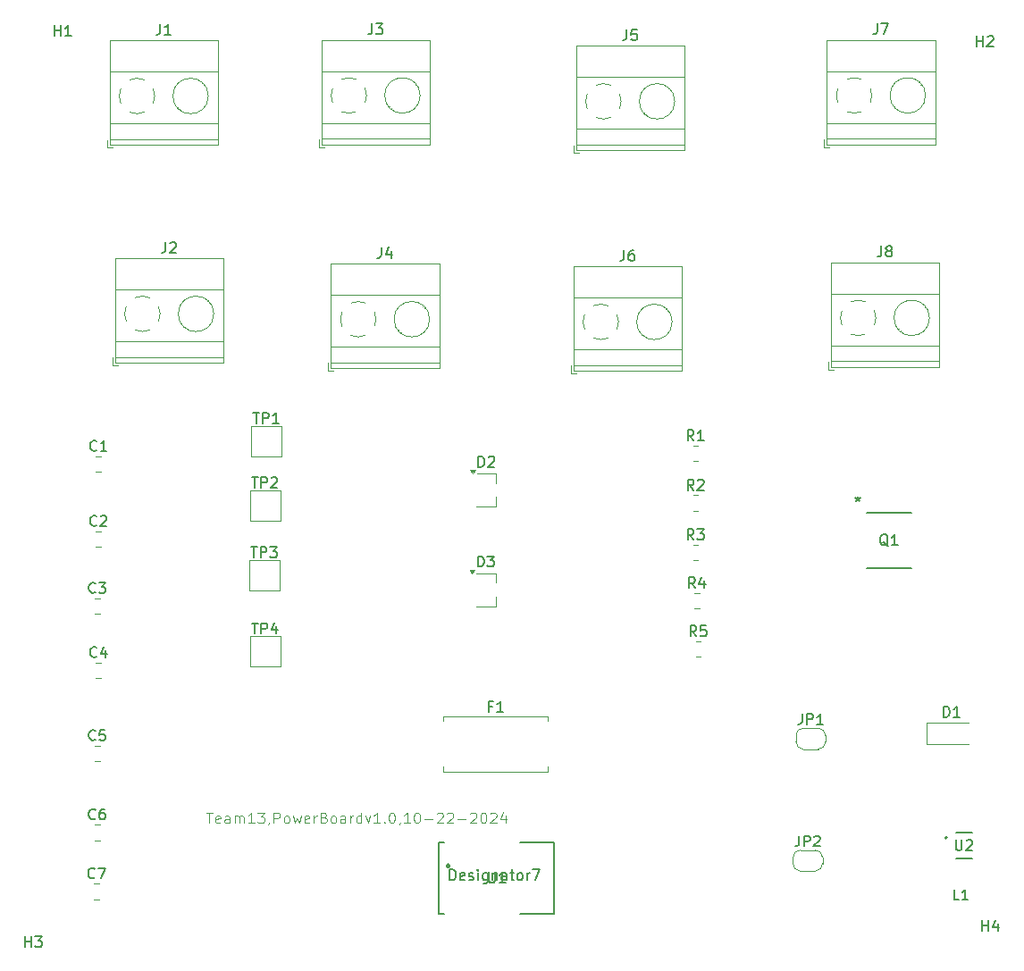
<source format=gbr>
G04 #@! TF.GenerationSoftware,KiCad,Pcbnew,8.0.4*
G04 #@! TF.CreationDate,2024-10-22T20:55:05-05:00*
G04 #@! TF.ProjectId,PCB_split,5043425f-7370-46c6-9974-2e6b69636164,rev?*
G04 #@! TF.SameCoordinates,Original*
G04 #@! TF.FileFunction,Legend,Top*
G04 #@! TF.FilePolarity,Positive*
%FSLAX46Y46*%
G04 Gerber Fmt 4.6, Leading zero omitted, Abs format (unit mm)*
G04 Created by KiCad (PCBNEW 8.0.4) date 2024-10-22 20:55:05*
%MOMM*%
%LPD*%
G01*
G04 APERTURE LIST*
%ADD10C,0.100000*%
%ADD11C,0.150000*%
%ADD12C,0.120000*%
%ADD13C,0.152400*%
%ADD14C,0.200000*%
%ADD15C,0.250000*%
G04 APERTURE END LIST*
D10*
X106841027Y-109870419D02*
X107412455Y-109870419D01*
X107126741Y-110870419D02*
X107126741Y-109870419D01*
X108126741Y-110822800D02*
X108031503Y-110870419D01*
X108031503Y-110870419D02*
X107841027Y-110870419D01*
X107841027Y-110870419D02*
X107745789Y-110822800D01*
X107745789Y-110822800D02*
X107698170Y-110727561D01*
X107698170Y-110727561D02*
X107698170Y-110346609D01*
X107698170Y-110346609D02*
X107745789Y-110251371D01*
X107745789Y-110251371D02*
X107841027Y-110203752D01*
X107841027Y-110203752D02*
X108031503Y-110203752D01*
X108031503Y-110203752D02*
X108126741Y-110251371D01*
X108126741Y-110251371D02*
X108174360Y-110346609D01*
X108174360Y-110346609D02*
X108174360Y-110441847D01*
X108174360Y-110441847D02*
X107698170Y-110537085D01*
X109031503Y-110870419D02*
X109031503Y-110346609D01*
X109031503Y-110346609D02*
X108983884Y-110251371D01*
X108983884Y-110251371D02*
X108888646Y-110203752D01*
X108888646Y-110203752D02*
X108698170Y-110203752D01*
X108698170Y-110203752D02*
X108602932Y-110251371D01*
X109031503Y-110822800D02*
X108936265Y-110870419D01*
X108936265Y-110870419D02*
X108698170Y-110870419D01*
X108698170Y-110870419D02*
X108602932Y-110822800D01*
X108602932Y-110822800D02*
X108555313Y-110727561D01*
X108555313Y-110727561D02*
X108555313Y-110632323D01*
X108555313Y-110632323D02*
X108602932Y-110537085D01*
X108602932Y-110537085D02*
X108698170Y-110489466D01*
X108698170Y-110489466D02*
X108936265Y-110489466D01*
X108936265Y-110489466D02*
X109031503Y-110441847D01*
X109507694Y-110870419D02*
X109507694Y-110203752D01*
X109507694Y-110298990D02*
X109555313Y-110251371D01*
X109555313Y-110251371D02*
X109650551Y-110203752D01*
X109650551Y-110203752D02*
X109793408Y-110203752D01*
X109793408Y-110203752D02*
X109888646Y-110251371D01*
X109888646Y-110251371D02*
X109936265Y-110346609D01*
X109936265Y-110346609D02*
X109936265Y-110870419D01*
X109936265Y-110346609D02*
X109983884Y-110251371D01*
X109983884Y-110251371D02*
X110079122Y-110203752D01*
X110079122Y-110203752D02*
X110221979Y-110203752D01*
X110221979Y-110203752D02*
X110317218Y-110251371D01*
X110317218Y-110251371D02*
X110364837Y-110346609D01*
X110364837Y-110346609D02*
X110364837Y-110870419D01*
X111364836Y-110870419D02*
X110793408Y-110870419D01*
X111079122Y-110870419D02*
X111079122Y-109870419D01*
X111079122Y-109870419D02*
X110983884Y-110013276D01*
X110983884Y-110013276D02*
X110888646Y-110108514D01*
X110888646Y-110108514D02*
X110793408Y-110156133D01*
X111698170Y-109870419D02*
X112317217Y-109870419D01*
X112317217Y-109870419D02*
X111983884Y-110251371D01*
X111983884Y-110251371D02*
X112126741Y-110251371D01*
X112126741Y-110251371D02*
X112221979Y-110298990D01*
X112221979Y-110298990D02*
X112269598Y-110346609D01*
X112269598Y-110346609D02*
X112317217Y-110441847D01*
X112317217Y-110441847D02*
X112317217Y-110679942D01*
X112317217Y-110679942D02*
X112269598Y-110775180D01*
X112269598Y-110775180D02*
X112221979Y-110822800D01*
X112221979Y-110822800D02*
X112126741Y-110870419D01*
X112126741Y-110870419D02*
X111841027Y-110870419D01*
X111841027Y-110870419D02*
X111745789Y-110822800D01*
X111745789Y-110822800D02*
X111698170Y-110775180D01*
X112793408Y-110822800D02*
X112793408Y-110870419D01*
X112793408Y-110870419D02*
X112745789Y-110965657D01*
X112745789Y-110965657D02*
X112698170Y-111013276D01*
X113221979Y-110870419D02*
X113221979Y-109870419D01*
X113221979Y-109870419D02*
X113602931Y-109870419D01*
X113602931Y-109870419D02*
X113698169Y-109918038D01*
X113698169Y-109918038D02*
X113745788Y-109965657D01*
X113745788Y-109965657D02*
X113793407Y-110060895D01*
X113793407Y-110060895D02*
X113793407Y-110203752D01*
X113793407Y-110203752D02*
X113745788Y-110298990D01*
X113745788Y-110298990D02*
X113698169Y-110346609D01*
X113698169Y-110346609D02*
X113602931Y-110394228D01*
X113602931Y-110394228D02*
X113221979Y-110394228D01*
X114364836Y-110870419D02*
X114269598Y-110822800D01*
X114269598Y-110822800D02*
X114221979Y-110775180D01*
X114221979Y-110775180D02*
X114174360Y-110679942D01*
X114174360Y-110679942D02*
X114174360Y-110394228D01*
X114174360Y-110394228D02*
X114221979Y-110298990D01*
X114221979Y-110298990D02*
X114269598Y-110251371D01*
X114269598Y-110251371D02*
X114364836Y-110203752D01*
X114364836Y-110203752D02*
X114507693Y-110203752D01*
X114507693Y-110203752D02*
X114602931Y-110251371D01*
X114602931Y-110251371D02*
X114650550Y-110298990D01*
X114650550Y-110298990D02*
X114698169Y-110394228D01*
X114698169Y-110394228D02*
X114698169Y-110679942D01*
X114698169Y-110679942D02*
X114650550Y-110775180D01*
X114650550Y-110775180D02*
X114602931Y-110822800D01*
X114602931Y-110822800D02*
X114507693Y-110870419D01*
X114507693Y-110870419D02*
X114364836Y-110870419D01*
X115031503Y-110203752D02*
X115221979Y-110870419D01*
X115221979Y-110870419D02*
X115412455Y-110394228D01*
X115412455Y-110394228D02*
X115602931Y-110870419D01*
X115602931Y-110870419D02*
X115793407Y-110203752D01*
X116555312Y-110822800D02*
X116460074Y-110870419D01*
X116460074Y-110870419D02*
X116269598Y-110870419D01*
X116269598Y-110870419D02*
X116174360Y-110822800D01*
X116174360Y-110822800D02*
X116126741Y-110727561D01*
X116126741Y-110727561D02*
X116126741Y-110346609D01*
X116126741Y-110346609D02*
X116174360Y-110251371D01*
X116174360Y-110251371D02*
X116269598Y-110203752D01*
X116269598Y-110203752D02*
X116460074Y-110203752D01*
X116460074Y-110203752D02*
X116555312Y-110251371D01*
X116555312Y-110251371D02*
X116602931Y-110346609D01*
X116602931Y-110346609D02*
X116602931Y-110441847D01*
X116602931Y-110441847D02*
X116126741Y-110537085D01*
X117031503Y-110870419D02*
X117031503Y-110203752D01*
X117031503Y-110394228D02*
X117079122Y-110298990D01*
X117079122Y-110298990D02*
X117126741Y-110251371D01*
X117126741Y-110251371D02*
X117221979Y-110203752D01*
X117221979Y-110203752D02*
X117317217Y-110203752D01*
X117983884Y-110346609D02*
X118126741Y-110394228D01*
X118126741Y-110394228D02*
X118174360Y-110441847D01*
X118174360Y-110441847D02*
X118221979Y-110537085D01*
X118221979Y-110537085D02*
X118221979Y-110679942D01*
X118221979Y-110679942D02*
X118174360Y-110775180D01*
X118174360Y-110775180D02*
X118126741Y-110822800D01*
X118126741Y-110822800D02*
X118031503Y-110870419D01*
X118031503Y-110870419D02*
X117650551Y-110870419D01*
X117650551Y-110870419D02*
X117650551Y-109870419D01*
X117650551Y-109870419D02*
X117983884Y-109870419D01*
X117983884Y-109870419D02*
X118079122Y-109918038D01*
X118079122Y-109918038D02*
X118126741Y-109965657D01*
X118126741Y-109965657D02*
X118174360Y-110060895D01*
X118174360Y-110060895D02*
X118174360Y-110156133D01*
X118174360Y-110156133D02*
X118126741Y-110251371D01*
X118126741Y-110251371D02*
X118079122Y-110298990D01*
X118079122Y-110298990D02*
X117983884Y-110346609D01*
X117983884Y-110346609D02*
X117650551Y-110346609D01*
X118793408Y-110870419D02*
X118698170Y-110822800D01*
X118698170Y-110822800D02*
X118650551Y-110775180D01*
X118650551Y-110775180D02*
X118602932Y-110679942D01*
X118602932Y-110679942D02*
X118602932Y-110394228D01*
X118602932Y-110394228D02*
X118650551Y-110298990D01*
X118650551Y-110298990D02*
X118698170Y-110251371D01*
X118698170Y-110251371D02*
X118793408Y-110203752D01*
X118793408Y-110203752D02*
X118936265Y-110203752D01*
X118936265Y-110203752D02*
X119031503Y-110251371D01*
X119031503Y-110251371D02*
X119079122Y-110298990D01*
X119079122Y-110298990D02*
X119126741Y-110394228D01*
X119126741Y-110394228D02*
X119126741Y-110679942D01*
X119126741Y-110679942D02*
X119079122Y-110775180D01*
X119079122Y-110775180D02*
X119031503Y-110822800D01*
X119031503Y-110822800D02*
X118936265Y-110870419D01*
X118936265Y-110870419D02*
X118793408Y-110870419D01*
X119983884Y-110870419D02*
X119983884Y-110346609D01*
X119983884Y-110346609D02*
X119936265Y-110251371D01*
X119936265Y-110251371D02*
X119841027Y-110203752D01*
X119841027Y-110203752D02*
X119650551Y-110203752D01*
X119650551Y-110203752D02*
X119555313Y-110251371D01*
X119983884Y-110822800D02*
X119888646Y-110870419D01*
X119888646Y-110870419D02*
X119650551Y-110870419D01*
X119650551Y-110870419D02*
X119555313Y-110822800D01*
X119555313Y-110822800D02*
X119507694Y-110727561D01*
X119507694Y-110727561D02*
X119507694Y-110632323D01*
X119507694Y-110632323D02*
X119555313Y-110537085D01*
X119555313Y-110537085D02*
X119650551Y-110489466D01*
X119650551Y-110489466D02*
X119888646Y-110489466D01*
X119888646Y-110489466D02*
X119983884Y-110441847D01*
X120460075Y-110870419D02*
X120460075Y-110203752D01*
X120460075Y-110394228D02*
X120507694Y-110298990D01*
X120507694Y-110298990D02*
X120555313Y-110251371D01*
X120555313Y-110251371D02*
X120650551Y-110203752D01*
X120650551Y-110203752D02*
X120745789Y-110203752D01*
X121507694Y-110870419D02*
X121507694Y-109870419D01*
X121507694Y-110822800D02*
X121412456Y-110870419D01*
X121412456Y-110870419D02*
X121221980Y-110870419D01*
X121221980Y-110870419D02*
X121126742Y-110822800D01*
X121126742Y-110822800D02*
X121079123Y-110775180D01*
X121079123Y-110775180D02*
X121031504Y-110679942D01*
X121031504Y-110679942D02*
X121031504Y-110394228D01*
X121031504Y-110394228D02*
X121079123Y-110298990D01*
X121079123Y-110298990D02*
X121126742Y-110251371D01*
X121126742Y-110251371D02*
X121221980Y-110203752D01*
X121221980Y-110203752D02*
X121412456Y-110203752D01*
X121412456Y-110203752D02*
X121507694Y-110251371D01*
X121888647Y-110203752D02*
X122126742Y-110870419D01*
X122126742Y-110870419D02*
X122364837Y-110203752D01*
X123269599Y-110870419D02*
X122698171Y-110870419D01*
X122983885Y-110870419D02*
X122983885Y-109870419D01*
X122983885Y-109870419D02*
X122888647Y-110013276D01*
X122888647Y-110013276D02*
X122793409Y-110108514D01*
X122793409Y-110108514D02*
X122698171Y-110156133D01*
X123698171Y-110775180D02*
X123745790Y-110822800D01*
X123745790Y-110822800D02*
X123698171Y-110870419D01*
X123698171Y-110870419D02*
X123650552Y-110822800D01*
X123650552Y-110822800D02*
X123698171Y-110775180D01*
X123698171Y-110775180D02*
X123698171Y-110870419D01*
X124364837Y-109870419D02*
X124460075Y-109870419D01*
X124460075Y-109870419D02*
X124555313Y-109918038D01*
X124555313Y-109918038D02*
X124602932Y-109965657D01*
X124602932Y-109965657D02*
X124650551Y-110060895D01*
X124650551Y-110060895D02*
X124698170Y-110251371D01*
X124698170Y-110251371D02*
X124698170Y-110489466D01*
X124698170Y-110489466D02*
X124650551Y-110679942D01*
X124650551Y-110679942D02*
X124602932Y-110775180D01*
X124602932Y-110775180D02*
X124555313Y-110822800D01*
X124555313Y-110822800D02*
X124460075Y-110870419D01*
X124460075Y-110870419D02*
X124364837Y-110870419D01*
X124364837Y-110870419D02*
X124269599Y-110822800D01*
X124269599Y-110822800D02*
X124221980Y-110775180D01*
X124221980Y-110775180D02*
X124174361Y-110679942D01*
X124174361Y-110679942D02*
X124126742Y-110489466D01*
X124126742Y-110489466D02*
X124126742Y-110251371D01*
X124126742Y-110251371D02*
X124174361Y-110060895D01*
X124174361Y-110060895D02*
X124221980Y-109965657D01*
X124221980Y-109965657D02*
X124269599Y-109918038D01*
X124269599Y-109918038D02*
X124364837Y-109870419D01*
X125174361Y-110822800D02*
X125174361Y-110870419D01*
X125174361Y-110870419D02*
X125126742Y-110965657D01*
X125126742Y-110965657D02*
X125079123Y-111013276D01*
X126126741Y-110870419D02*
X125555313Y-110870419D01*
X125841027Y-110870419D02*
X125841027Y-109870419D01*
X125841027Y-109870419D02*
X125745789Y-110013276D01*
X125745789Y-110013276D02*
X125650551Y-110108514D01*
X125650551Y-110108514D02*
X125555313Y-110156133D01*
X126745789Y-109870419D02*
X126841027Y-109870419D01*
X126841027Y-109870419D02*
X126936265Y-109918038D01*
X126936265Y-109918038D02*
X126983884Y-109965657D01*
X126983884Y-109965657D02*
X127031503Y-110060895D01*
X127031503Y-110060895D02*
X127079122Y-110251371D01*
X127079122Y-110251371D02*
X127079122Y-110489466D01*
X127079122Y-110489466D02*
X127031503Y-110679942D01*
X127031503Y-110679942D02*
X126983884Y-110775180D01*
X126983884Y-110775180D02*
X126936265Y-110822800D01*
X126936265Y-110822800D02*
X126841027Y-110870419D01*
X126841027Y-110870419D02*
X126745789Y-110870419D01*
X126745789Y-110870419D02*
X126650551Y-110822800D01*
X126650551Y-110822800D02*
X126602932Y-110775180D01*
X126602932Y-110775180D02*
X126555313Y-110679942D01*
X126555313Y-110679942D02*
X126507694Y-110489466D01*
X126507694Y-110489466D02*
X126507694Y-110251371D01*
X126507694Y-110251371D02*
X126555313Y-110060895D01*
X126555313Y-110060895D02*
X126602932Y-109965657D01*
X126602932Y-109965657D02*
X126650551Y-109918038D01*
X126650551Y-109918038D02*
X126745789Y-109870419D01*
X127507694Y-110489466D02*
X128269599Y-110489466D01*
X128698170Y-109965657D02*
X128745789Y-109918038D01*
X128745789Y-109918038D02*
X128841027Y-109870419D01*
X128841027Y-109870419D02*
X129079122Y-109870419D01*
X129079122Y-109870419D02*
X129174360Y-109918038D01*
X129174360Y-109918038D02*
X129221979Y-109965657D01*
X129221979Y-109965657D02*
X129269598Y-110060895D01*
X129269598Y-110060895D02*
X129269598Y-110156133D01*
X129269598Y-110156133D02*
X129221979Y-110298990D01*
X129221979Y-110298990D02*
X128650551Y-110870419D01*
X128650551Y-110870419D02*
X129269598Y-110870419D01*
X129650551Y-109965657D02*
X129698170Y-109918038D01*
X129698170Y-109918038D02*
X129793408Y-109870419D01*
X129793408Y-109870419D02*
X130031503Y-109870419D01*
X130031503Y-109870419D02*
X130126741Y-109918038D01*
X130126741Y-109918038D02*
X130174360Y-109965657D01*
X130174360Y-109965657D02*
X130221979Y-110060895D01*
X130221979Y-110060895D02*
X130221979Y-110156133D01*
X130221979Y-110156133D02*
X130174360Y-110298990D01*
X130174360Y-110298990D02*
X129602932Y-110870419D01*
X129602932Y-110870419D02*
X130221979Y-110870419D01*
X130650551Y-110489466D02*
X131412456Y-110489466D01*
X131841027Y-109965657D02*
X131888646Y-109918038D01*
X131888646Y-109918038D02*
X131983884Y-109870419D01*
X131983884Y-109870419D02*
X132221979Y-109870419D01*
X132221979Y-109870419D02*
X132317217Y-109918038D01*
X132317217Y-109918038D02*
X132364836Y-109965657D01*
X132364836Y-109965657D02*
X132412455Y-110060895D01*
X132412455Y-110060895D02*
X132412455Y-110156133D01*
X132412455Y-110156133D02*
X132364836Y-110298990D01*
X132364836Y-110298990D02*
X131793408Y-110870419D01*
X131793408Y-110870419D02*
X132412455Y-110870419D01*
X133031503Y-109870419D02*
X133126741Y-109870419D01*
X133126741Y-109870419D02*
X133221979Y-109918038D01*
X133221979Y-109918038D02*
X133269598Y-109965657D01*
X133269598Y-109965657D02*
X133317217Y-110060895D01*
X133317217Y-110060895D02*
X133364836Y-110251371D01*
X133364836Y-110251371D02*
X133364836Y-110489466D01*
X133364836Y-110489466D02*
X133317217Y-110679942D01*
X133317217Y-110679942D02*
X133269598Y-110775180D01*
X133269598Y-110775180D02*
X133221979Y-110822800D01*
X133221979Y-110822800D02*
X133126741Y-110870419D01*
X133126741Y-110870419D02*
X133031503Y-110870419D01*
X133031503Y-110870419D02*
X132936265Y-110822800D01*
X132936265Y-110822800D02*
X132888646Y-110775180D01*
X132888646Y-110775180D02*
X132841027Y-110679942D01*
X132841027Y-110679942D02*
X132793408Y-110489466D01*
X132793408Y-110489466D02*
X132793408Y-110251371D01*
X132793408Y-110251371D02*
X132841027Y-110060895D01*
X132841027Y-110060895D02*
X132888646Y-109965657D01*
X132888646Y-109965657D02*
X132936265Y-109918038D01*
X132936265Y-109918038D02*
X133031503Y-109870419D01*
X133745789Y-109965657D02*
X133793408Y-109918038D01*
X133793408Y-109918038D02*
X133888646Y-109870419D01*
X133888646Y-109870419D02*
X134126741Y-109870419D01*
X134126741Y-109870419D02*
X134221979Y-109918038D01*
X134221979Y-109918038D02*
X134269598Y-109965657D01*
X134269598Y-109965657D02*
X134317217Y-110060895D01*
X134317217Y-110060895D02*
X134317217Y-110156133D01*
X134317217Y-110156133D02*
X134269598Y-110298990D01*
X134269598Y-110298990D02*
X133698170Y-110870419D01*
X133698170Y-110870419D02*
X134317217Y-110870419D01*
X135174360Y-110203752D02*
X135174360Y-110870419D01*
X134936265Y-109822800D02*
X134698170Y-110537085D01*
X134698170Y-110537085D02*
X135317217Y-110537085D01*
D11*
X96310333Y-102946580D02*
X96262714Y-102994200D01*
X96262714Y-102994200D02*
X96119857Y-103041819D01*
X96119857Y-103041819D02*
X96024619Y-103041819D01*
X96024619Y-103041819D02*
X95881762Y-102994200D01*
X95881762Y-102994200D02*
X95786524Y-102898961D01*
X95786524Y-102898961D02*
X95738905Y-102803723D01*
X95738905Y-102803723D02*
X95691286Y-102613247D01*
X95691286Y-102613247D02*
X95691286Y-102470390D01*
X95691286Y-102470390D02*
X95738905Y-102279914D01*
X95738905Y-102279914D02*
X95786524Y-102184676D01*
X95786524Y-102184676D02*
X95881762Y-102089438D01*
X95881762Y-102089438D02*
X96024619Y-102041819D01*
X96024619Y-102041819D02*
X96119857Y-102041819D01*
X96119857Y-102041819D02*
X96262714Y-102089438D01*
X96262714Y-102089438D02*
X96310333Y-102137057D01*
X97215095Y-102041819D02*
X96738905Y-102041819D01*
X96738905Y-102041819D02*
X96691286Y-102518009D01*
X96691286Y-102518009D02*
X96738905Y-102470390D01*
X96738905Y-102470390D02*
X96834143Y-102422771D01*
X96834143Y-102422771D02*
X97072238Y-102422771D01*
X97072238Y-102422771D02*
X97167476Y-102470390D01*
X97167476Y-102470390D02*
X97215095Y-102518009D01*
X97215095Y-102518009D02*
X97262714Y-102613247D01*
X97262714Y-102613247D02*
X97262714Y-102851342D01*
X97262714Y-102851342D02*
X97215095Y-102946580D01*
X97215095Y-102946580D02*
X97167476Y-102994200D01*
X97167476Y-102994200D02*
X97072238Y-103041819D01*
X97072238Y-103041819D02*
X96834143Y-103041819D01*
X96834143Y-103041819D02*
X96738905Y-102994200D01*
X96738905Y-102994200D02*
X96691286Y-102946580D01*
X162981666Y-112081819D02*
X162981666Y-112796104D01*
X162981666Y-112796104D02*
X162934047Y-112938961D01*
X162934047Y-112938961D02*
X162838809Y-113034200D01*
X162838809Y-113034200D02*
X162695952Y-113081819D01*
X162695952Y-113081819D02*
X162600714Y-113081819D01*
X163457857Y-113081819D02*
X163457857Y-112081819D01*
X163457857Y-112081819D02*
X163838809Y-112081819D01*
X163838809Y-112081819D02*
X163934047Y-112129438D01*
X163934047Y-112129438D02*
X163981666Y-112177057D01*
X163981666Y-112177057D02*
X164029285Y-112272295D01*
X164029285Y-112272295D02*
X164029285Y-112415152D01*
X164029285Y-112415152D02*
X163981666Y-112510390D01*
X163981666Y-112510390D02*
X163934047Y-112558009D01*
X163934047Y-112558009D02*
X163838809Y-112605628D01*
X163838809Y-112605628D02*
X163457857Y-112605628D01*
X164410238Y-112177057D02*
X164457857Y-112129438D01*
X164457857Y-112129438D02*
X164553095Y-112081819D01*
X164553095Y-112081819D02*
X164791190Y-112081819D01*
X164791190Y-112081819D02*
X164886428Y-112129438D01*
X164886428Y-112129438D02*
X164934047Y-112177057D01*
X164934047Y-112177057D02*
X164981666Y-112272295D01*
X164981666Y-112272295D02*
X164981666Y-112367533D01*
X164981666Y-112367533D02*
X164934047Y-112510390D01*
X164934047Y-112510390D02*
X164362619Y-113081819D01*
X164362619Y-113081819D02*
X164981666Y-113081819D01*
X96310333Y-110439580D02*
X96262714Y-110487200D01*
X96262714Y-110487200D02*
X96119857Y-110534819D01*
X96119857Y-110534819D02*
X96024619Y-110534819D01*
X96024619Y-110534819D02*
X95881762Y-110487200D01*
X95881762Y-110487200D02*
X95786524Y-110391961D01*
X95786524Y-110391961D02*
X95738905Y-110296723D01*
X95738905Y-110296723D02*
X95691286Y-110106247D01*
X95691286Y-110106247D02*
X95691286Y-109963390D01*
X95691286Y-109963390D02*
X95738905Y-109772914D01*
X95738905Y-109772914D02*
X95786524Y-109677676D01*
X95786524Y-109677676D02*
X95881762Y-109582438D01*
X95881762Y-109582438D02*
X96024619Y-109534819D01*
X96024619Y-109534819D02*
X96119857Y-109534819D01*
X96119857Y-109534819D02*
X96262714Y-109582438D01*
X96262714Y-109582438D02*
X96310333Y-109630057D01*
X97167476Y-109534819D02*
X96977000Y-109534819D01*
X96977000Y-109534819D02*
X96881762Y-109582438D01*
X96881762Y-109582438D02*
X96834143Y-109630057D01*
X96834143Y-109630057D02*
X96738905Y-109772914D01*
X96738905Y-109772914D02*
X96691286Y-109963390D01*
X96691286Y-109963390D02*
X96691286Y-110344342D01*
X96691286Y-110344342D02*
X96738905Y-110439580D01*
X96738905Y-110439580D02*
X96786524Y-110487200D01*
X96786524Y-110487200D02*
X96881762Y-110534819D01*
X96881762Y-110534819D02*
X97072238Y-110534819D01*
X97072238Y-110534819D02*
X97167476Y-110487200D01*
X97167476Y-110487200D02*
X97215095Y-110439580D01*
X97215095Y-110439580D02*
X97262714Y-110344342D01*
X97262714Y-110344342D02*
X97262714Y-110106247D01*
X97262714Y-110106247D02*
X97215095Y-110011009D01*
X97215095Y-110011009D02*
X97167476Y-109963390D01*
X97167476Y-109963390D02*
X97072238Y-109915771D01*
X97072238Y-109915771D02*
X96881762Y-109915771D01*
X96881762Y-109915771D02*
X96786524Y-109963390D01*
X96786524Y-109963390D02*
X96738905Y-110011009D01*
X96738905Y-110011009D02*
X96691286Y-110106247D01*
X96247833Y-116027580D02*
X96200214Y-116075200D01*
X96200214Y-116075200D02*
X96057357Y-116122819D01*
X96057357Y-116122819D02*
X95962119Y-116122819D01*
X95962119Y-116122819D02*
X95819262Y-116075200D01*
X95819262Y-116075200D02*
X95724024Y-115979961D01*
X95724024Y-115979961D02*
X95676405Y-115884723D01*
X95676405Y-115884723D02*
X95628786Y-115694247D01*
X95628786Y-115694247D02*
X95628786Y-115551390D01*
X95628786Y-115551390D02*
X95676405Y-115360914D01*
X95676405Y-115360914D02*
X95724024Y-115265676D01*
X95724024Y-115265676D02*
X95819262Y-115170438D01*
X95819262Y-115170438D02*
X95962119Y-115122819D01*
X95962119Y-115122819D02*
X96057357Y-115122819D01*
X96057357Y-115122819D02*
X96200214Y-115170438D01*
X96200214Y-115170438D02*
X96247833Y-115218057D01*
X96581167Y-115122819D02*
X97247833Y-115122819D01*
X97247833Y-115122819D02*
X96819262Y-116122819D01*
X96437333Y-95072580D02*
X96389714Y-95120200D01*
X96389714Y-95120200D02*
X96246857Y-95167819D01*
X96246857Y-95167819D02*
X96151619Y-95167819D01*
X96151619Y-95167819D02*
X96008762Y-95120200D01*
X96008762Y-95120200D02*
X95913524Y-95024961D01*
X95913524Y-95024961D02*
X95865905Y-94929723D01*
X95865905Y-94929723D02*
X95818286Y-94739247D01*
X95818286Y-94739247D02*
X95818286Y-94596390D01*
X95818286Y-94596390D02*
X95865905Y-94405914D01*
X95865905Y-94405914D02*
X95913524Y-94310676D01*
X95913524Y-94310676D02*
X96008762Y-94215438D01*
X96008762Y-94215438D02*
X96151619Y-94167819D01*
X96151619Y-94167819D02*
X96246857Y-94167819D01*
X96246857Y-94167819D02*
X96389714Y-94215438D01*
X96389714Y-94215438D02*
X96437333Y-94263057D01*
X97294476Y-94501152D02*
X97294476Y-95167819D01*
X97056381Y-94120200D02*
X96818286Y-94834485D01*
X96818286Y-94834485D02*
X97437333Y-94834485D01*
X153011333Y-79322819D02*
X152678000Y-78846628D01*
X152439905Y-79322819D02*
X152439905Y-78322819D01*
X152439905Y-78322819D02*
X152820857Y-78322819D01*
X152820857Y-78322819D02*
X152916095Y-78370438D01*
X152916095Y-78370438D02*
X152963714Y-78418057D01*
X152963714Y-78418057D02*
X153011333Y-78513295D01*
X153011333Y-78513295D02*
X153011333Y-78656152D01*
X153011333Y-78656152D02*
X152963714Y-78751390D01*
X152963714Y-78751390D02*
X152916095Y-78799009D01*
X152916095Y-78799009D02*
X152820857Y-78846628D01*
X152820857Y-78846628D02*
X152439905Y-78846628D01*
X153392286Y-78418057D02*
X153439905Y-78370438D01*
X153439905Y-78370438D02*
X153535143Y-78322819D01*
X153535143Y-78322819D02*
X153773238Y-78322819D01*
X153773238Y-78322819D02*
X153868476Y-78370438D01*
X153868476Y-78370438D02*
X153916095Y-78418057D01*
X153916095Y-78418057D02*
X153963714Y-78513295D01*
X153963714Y-78513295D02*
X153963714Y-78608533D01*
X153963714Y-78608533D02*
X153916095Y-78751390D01*
X153916095Y-78751390D02*
X153344667Y-79322819D01*
X153344667Y-79322819D02*
X153963714Y-79322819D01*
X180340095Y-121095819D02*
X180340095Y-120095819D01*
X180340095Y-120572009D02*
X180911523Y-120572009D01*
X180911523Y-121095819D02*
X180911523Y-120095819D01*
X181816285Y-120429152D02*
X181816285Y-121095819D01*
X181578190Y-120048200D02*
X181340095Y-120762485D01*
X181340095Y-120762485D02*
X181959142Y-120762485D01*
X146408816Y-56567819D02*
X146408816Y-57282104D01*
X146408816Y-57282104D02*
X146361197Y-57424961D01*
X146361197Y-57424961D02*
X146265959Y-57520200D01*
X146265959Y-57520200D02*
X146123102Y-57567819D01*
X146123102Y-57567819D02*
X146027864Y-57567819D01*
X147313578Y-56567819D02*
X147123102Y-56567819D01*
X147123102Y-56567819D02*
X147027864Y-56615438D01*
X147027864Y-56615438D02*
X146980245Y-56663057D01*
X146980245Y-56663057D02*
X146885007Y-56805914D01*
X146885007Y-56805914D02*
X146837388Y-56996390D01*
X146837388Y-56996390D02*
X146837388Y-57377342D01*
X146837388Y-57377342D02*
X146885007Y-57472580D01*
X146885007Y-57472580D02*
X146932626Y-57520200D01*
X146932626Y-57520200D02*
X147027864Y-57567819D01*
X147027864Y-57567819D02*
X147218340Y-57567819D01*
X147218340Y-57567819D02*
X147313578Y-57520200D01*
X147313578Y-57520200D02*
X147361197Y-57472580D01*
X147361197Y-57472580D02*
X147408816Y-57377342D01*
X147408816Y-57377342D02*
X147408816Y-57139247D01*
X147408816Y-57139247D02*
X147361197Y-57044009D01*
X147361197Y-57044009D02*
X147313578Y-56996390D01*
X147313578Y-56996390D02*
X147218340Y-56948771D01*
X147218340Y-56948771D02*
X147027864Y-56948771D01*
X147027864Y-56948771D02*
X146932626Y-56996390D01*
X146932626Y-56996390D02*
X146885007Y-57044009D01*
X146885007Y-57044009D02*
X146837388Y-57139247D01*
X111133095Y-91921819D02*
X111704523Y-91921819D01*
X111418809Y-92921819D02*
X111418809Y-91921819D01*
X112037857Y-92921819D02*
X112037857Y-91921819D01*
X112037857Y-91921819D02*
X112418809Y-91921819D01*
X112418809Y-91921819D02*
X112514047Y-91969438D01*
X112514047Y-91969438D02*
X112561666Y-92017057D01*
X112561666Y-92017057D02*
X112609285Y-92112295D01*
X112609285Y-92112295D02*
X112609285Y-92255152D01*
X112609285Y-92255152D02*
X112561666Y-92350390D01*
X112561666Y-92350390D02*
X112514047Y-92398009D01*
X112514047Y-92398009D02*
X112418809Y-92445628D01*
X112418809Y-92445628D02*
X112037857Y-92445628D01*
X113466428Y-92255152D02*
X113466428Y-92921819D01*
X113228333Y-91874200D02*
X112990238Y-92588485D01*
X112990238Y-92588485D02*
X113609285Y-92588485D01*
X96437333Y-75514580D02*
X96389714Y-75562200D01*
X96389714Y-75562200D02*
X96246857Y-75609819D01*
X96246857Y-75609819D02*
X96151619Y-75609819D01*
X96151619Y-75609819D02*
X96008762Y-75562200D01*
X96008762Y-75562200D02*
X95913524Y-75466961D01*
X95913524Y-75466961D02*
X95865905Y-75371723D01*
X95865905Y-75371723D02*
X95818286Y-75181247D01*
X95818286Y-75181247D02*
X95818286Y-75038390D01*
X95818286Y-75038390D02*
X95865905Y-74847914D01*
X95865905Y-74847914D02*
X95913524Y-74752676D01*
X95913524Y-74752676D02*
X96008762Y-74657438D01*
X96008762Y-74657438D02*
X96151619Y-74609819D01*
X96151619Y-74609819D02*
X96246857Y-74609819D01*
X96246857Y-74609819D02*
X96389714Y-74657438D01*
X96389714Y-74657438D02*
X96437333Y-74705057D01*
X97389714Y-75609819D02*
X96818286Y-75609819D01*
X97104000Y-75609819D02*
X97104000Y-74609819D01*
X97104000Y-74609819D02*
X97008762Y-74752676D01*
X97008762Y-74752676D02*
X96913524Y-74847914D01*
X96913524Y-74847914D02*
X96818286Y-74895533D01*
X177842571Y-112461819D02*
X177842571Y-113271342D01*
X177842571Y-113271342D02*
X177890190Y-113366580D01*
X177890190Y-113366580D02*
X177937809Y-113414200D01*
X177937809Y-113414200D02*
X178033047Y-113461819D01*
X178033047Y-113461819D02*
X178223523Y-113461819D01*
X178223523Y-113461819D02*
X178318761Y-113414200D01*
X178318761Y-113414200D02*
X178366380Y-113366580D01*
X178366380Y-113366580D02*
X178413999Y-113271342D01*
X178413999Y-113271342D02*
X178413999Y-112461819D01*
X178842571Y-112557057D02*
X178890190Y-112509438D01*
X178890190Y-112509438D02*
X178985428Y-112461819D01*
X178985428Y-112461819D02*
X179223523Y-112461819D01*
X179223523Y-112461819D02*
X179318761Y-112509438D01*
X179318761Y-112509438D02*
X179366380Y-112557057D01*
X179366380Y-112557057D02*
X179413999Y-112652295D01*
X179413999Y-112652295D02*
X179413999Y-112747533D01*
X179413999Y-112747533D02*
X179366380Y-112890390D01*
X179366380Y-112890390D02*
X178794952Y-113461819D01*
X178794952Y-113461819D02*
X179413999Y-113461819D01*
X133604095Y-115532819D02*
X133604095Y-116342342D01*
X133604095Y-116342342D02*
X133651714Y-116437580D01*
X133651714Y-116437580D02*
X133699333Y-116485200D01*
X133699333Y-116485200D02*
X133794571Y-116532819D01*
X133794571Y-116532819D02*
X133985047Y-116532819D01*
X133985047Y-116532819D02*
X134080285Y-116485200D01*
X134080285Y-116485200D02*
X134127904Y-116437580D01*
X134127904Y-116437580D02*
X134175523Y-116342342D01*
X134175523Y-116342342D02*
X134175523Y-115532819D01*
X135175523Y-116532819D02*
X134604095Y-116532819D01*
X134889809Y-116532819D02*
X134889809Y-115532819D01*
X134889809Y-115532819D02*
X134794571Y-115675676D01*
X134794571Y-115675676D02*
X134699333Y-115770914D01*
X134699333Y-115770914D02*
X134604095Y-115818533D01*
X129897714Y-116278819D02*
X129897714Y-115278819D01*
X129897714Y-115278819D02*
X130135809Y-115278819D01*
X130135809Y-115278819D02*
X130278666Y-115326438D01*
X130278666Y-115326438D02*
X130373904Y-115421676D01*
X130373904Y-115421676D02*
X130421523Y-115516914D01*
X130421523Y-115516914D02*
X130469142Y-115707390D01*
X130469142Y-115707390D02*
X130469142Y-115850247D01*
X130469142Y-115850247D02*
X130421523Y-116040723D01*
X130421523Y-116040723D02*
X130373904Y-116135961D01*
X130373904Y-116135961D02*
X130278666Y-116231200D01*
X130278666Y-116231200D02*
X130135809Y-116278819D01*
X130135809Y-116278819D02*
X129897714Y-116278819D01*
X131278666Y-116231200D02*
X131183428Y-116278819D01*
X131183428Y-116278819D02*
X130992952Y-116278819D01*
X130992952Y-116278819D02*
X130897714Y-116231200D01*
X130897714Y-116231200D02*
X130850095Y-116135961D01*
X130850095Y-116135961D02*
X130850095Y-115755009D01*
X130850095Y-115755009D02*
X130897714Y-115659771D01*
X130897714Y-115659771D02*
X130992952Y-115612152D01*
X130992952Y-115612152D02*
X131183428Y-115612152D01*
X131183428Y-115612152D02*
X131278666Y-115659771D01*
X131278666Y-115659771D02*
X131326285Y-115755009D01*
X131326285Y-115755009D02*
X131326285Y-115850247D01*
X131326285Y-115850247D02*
X130850095Y-115945485D01*
X131707238Y-116231200D02*
X131802476Y-116278819D01*
X131802476Y-116278819D02*
X131992952Y-116278819D01*
X131992952Y-116278819D02*
X132088190Y-116231200D01*
X132088190Y-116231200D02*
X132135809Y-116135961D01*
X132135809Y-116135961D02*
X132135809Y-116088342D01*
X132135809Y-116088342D02*
X132088190Y-115993104D01*
X132088190Y-115993104D02*
X131992952Y-115945485D01*
X131992952Y-115945485D02*
X131850095Y-115945485D01*
X131850095Y-115945485D02*
X131754857Y-115897866D01*
X131754857Y-115897866D02*
X131707238Y-115802628D01*
X131707238Y-115802628D02*
X131707238Y-115755009D01*
X131707238Y-115755009D02*
X131754857Y-115659771D01*
X131754857Y-115659771D02*
X131850095Y-115612152D01*
X131850095Y-115612152D02*
X131992952Y-115612152D01*
X131992952Y-115612152D02*
X132088190Y-115659771D01*
X132564381Y-116278819D02*
X132564381Y-115612152D01*
X132564381Y-115278819D02*
X132516762Y-115326438D01*
X132516762Y-115326438D02*
X132564381Y-115374057D01*
X132564381Y-115374057D02*
X132612000Y-115326438D01*
X132612000Y-115326438D02*
X132564381Y-115278819D01*
X132564381Y-115278819D02*
X132564381Y-115374057D01*
X133469142Y-115612152D02*
X133469142Y-116421676D01*
X133469142Y-116421676D02*
X133421523Y-116516914D01*
X133421523Y-116516914D02*
X133373904Y-116564533D01*
X133373904Y-116564533D02*
X133278666Y-116612152D01*
X133278666Y-116612152D02*
X133135809Y-116612152D01*
X133135809Y-116612152D02*
X133040571Y-116564533D01*
X133469142Y-116231200D02*
X133373904Y-116278819D01*
X133373904Y-116278819D02*
X133183428Y-116278819D01*
X133183428Y-116278819D02*
X133088190Y-116231200D01*
X133088190Y-116231200D02*
X133040571Y-116183580D01*
X133040571Y-116183580D02*
X132992952Y-116088342D01*
X132992952Y-116088342D02*
X132992952Y-115802628D01*
X132992952Y-115802628D02*
X133040571Y-115707390D01*
X133040571Y-115707390D02*
X133088190Y-115659771D01*
X133088190Y-115659771D02*
X133183428Y-115612152D01*
X133183428Y-115612152D02*
X133373904Y-115612152D01*
X133373904Y-115612152D02*
X133469142Y-115659771D01*
X133945333Y-115612152D02*
X133945333Y-116278819D01*
X133945333Y-115707390D02*
X133992952Y-115659771D01*
X133992952Y-115659771D02*
X134088190Y-115612152D01*
X134088190Y-115612152D02*
X134231047Y-115612152D01*
X134231047Y-115612152D02*
X134326285Y-115659771D01*
X134326285Y-115659771D02*
X134373904Y-115755009D01*
X134373904Y-115755009D02*
X134373904Y-116278819D01*
X135278666Y-116278819D02*
X135278666Y-115755009D01*
X135278666Y-115755009D02*
X135231047Y-115659771D01*
X135231047Y-115659771D02*
X135135809Y-115612152D01*
X135135809Y-115612152D02*
X134945333Y-115612152D01*
X134945333Y-115612152D02*
X134850095Y-115659771D01*
X135278666Y-116231200D02*
X135183428Y-116278819D01*
X135183428Y-116278819D02*
X134945333Y-116278819D01*
X134945333Y-116278819D02*
X134850095Y-116231200D01*
X134850095Y-116231200D02*
X134802476Y-116135961D01*
X134802476Y-116135961D02*
X134802476Y-116040723D01*
X134802476Y-116040723D02*
X134850095Y-115945485D01*
X134850095Y-115945485D02*
X134945333Y-115897866D01*
X134945333Y-115897866D02*
X135183428Y-115897866D01*
X135183428Y-115897866D02*
X135278666Y-115850247D01*
X135612000Y-115612152D02*
X135992952Y-115612152D01*
X135754857Y-115278819D02*
X135754857Y-116135961D01*
X135754857Y-116135961D02*
X135802476Y-116231200D01*
X135802476Y-116231200D02*
X135897714Y-116278819D01*
X135897714Y-116278819D02*
X135992952Y-116278819D01*
X136469143Y-116278819D02*
X136373905Y-116231200D01*
X136373905Y-116231200D02*
X136326286Y-116183580D01*
X136326286Y-116183580D02*
X136278667Y-116088342D01*
X136278667Y-116088342D02*
X136278667Y-115802628D01*
X136278667Y-115802628D02*
X136326286Y-115707390D01*
X136326286Y-115707390D02*
X136373905Y-115659771D01*
X136373905Y-115659771D02*
X136469143Y-115612152D01*
X136469143Y-115612152D02*
X136612000Y-115612152D01*
X136612000Y-115612152D02*
X136707238Y-115659771D01*
X136707238Y-115659771D02*
X136754857Y-115707390D01*
X136754857Y-115707390D02*
X136802476Y-115802628D01*
X136802476Y-115802628D02*
X136802476Y-116088342D01*
X136802476Y-116088342D02*
X136754857Y-116183580D01*
X136754857Y-116183580D02*
X136707238Y-116231200D01*
X136707238Y-116231200D02*
X136612000Y-116278819D01*
X136612000Y-116278819D02*
X136469143Y-116278819D01*
X137231048Y-116278819D02*
X137231048Y-115612152D01*
X137231048Y-115802628D02*
X137278667Y-115707390D01*
X137278667Y-115707390D02*
X137326286Y-115659771D01*
X137326286Y-115659771D02*
X137421524Y-115612152D01*
X137421524Y-115612152D02*
X137516762Y-115612152D01*
X137754858Y-115278819D02*
X138421524Y-115278819D01*
X138421524Y-115278819D02*
X137992953Y-116278819D01*
X179832095Y-37275819D02*
X179832095Y-36275819D01*
X179832095Y-36752009D02*
X180403523Y-36752009D01*
X180403523Y-37275819D02*
X180403523Y-36275819D01*
X180832095Y-36371057D02*
X180879714Y-36323438D01*
X180879714Y-36323438D02*
X180974952Y-36275819D01*
X180974952Y-36275819D02*
X181213047Y-36275819D01*
X181213047Y-36275819D02*
X181308285Y-36323438D01*
X181308285Y-36323438D02*
X181355904Y-36371057D01*
X181355904Y-36371057D02*
X181403523Y-36466295D01*
X181403523Y-36466295D02*
X181403523Y-36561533D01*
X181403523Y-36561533D02*
X181355904Y-36704390D01*
X181355904Y-36704390D02*
X180784476Y-37275819D01*
X180784476Y-37275819D02*
X181403523Y-37275819D01*
X170411816Y-35104819D02*
X170411816Y-35819104D01*
X170411816Y-35819104D02*
X170364197Y-35961961D01*
X170364197Y-35961961D02*
X170268959Y-36057200D01*
X170268959Y-36057200D02*
X170126102Y-36104819D01*
X170126102Y-36104819D02*
X170030864Y-36104819D01*
X170792769Y-35104819D02*
X171459435Y-35104819D01*
X171459435Y-35104819D02*
X171030864Y-36104819D01*
X163265666Y-100524819D02*
X163265666Y-101239104D01*
X163265666Y-101239104D02*
X163218047Y-101381961D01*
X163218047Y-101381961D02*
X163122809Y-101477200D01*
X163122809Y-101477200D02*
X162979952Y-101524819D01*
X162979952Y-101524819D02*
X162884714Y-101524819D01*
X163741857Y-101524819D02*
X163741857Y-100524819D01*
X163741857Y-100524819D02*
X164122809Y-100524819D01*
X164122809Y-100524819D02*
X164218047Y-100572438D01*
X164218047Y-100572438D02*
X164265666Y-100620057D01*
X164265666Y-100620057D02*
X164313285Y-100715295D01*
X164313285Y-100715295D02*
X164313285Y-100858152D01*
X164313285Y-100858152D02*
X164265666Y-100953390D01*
X164265666Y-100953390D02*
X164218047Y-101001009D01*
X164218047Y-101001009D02*
X164122809Y-101048628D01*
X164122809Y-101048628D02*
X163741857Y-101048628D01*
X165265666Y-101524819D02*
X164694238Y-101524819D01*
X164979952Y-101524819D02*
X164979952Y-100524819D01*
X164979952Y-100524819D02*
X164884714Y-100667676D01*
X164884714Y-100667676D02*
X164789476Y-100762914D01*
X164789476Y-100762914D02*
X164694238Y-100810533D01*
X123421816Y-56313819D02*
X123421816Y-57028104D01*
X123421816Y-57028104D02*
X123374197Y-57170961D01*
X123374197Y-57170961D02*
X123278959Y-57266200D01*
X123278959Y-57266200D02*
X123136102Y-57313819D01*
X123136102Y-57313819D02*
X123040864Y-57313819D01*
X124326578Y-56647152D02*
X124326578Y-57313819D01*
X124088483Y-56266200D02*
X123850388Y-56980485D01*
X123850388Y-56980485D02*
X124469435Y-56980485D01*
X133895666Y-99809009D02*
X133562333Y-99809009D01*
X133562333Y-100332819D02*
X133562333Y-99332819D01*
X133562333Y-99332819D02*
X134038523Y-99332819D01*
X134943285Y-100332819D02*
X134371857Y-100332819D01*
X134657571Y-100332819D02*
X134657571Y-99332819D01*
X134657571Y-99332819D02*
X134562333Y-99475676D01*
X134562333Y-99475676D02*
X134467095Y-99570914D01*
X134467095Y-99570914D02*
X134371857Y-99618533D01*
X102974816Y-55805819D02*
X102974816Y-56520104D01*
X102974816Y-56520104D02*
X102927197Y-56662961D01*
X102927197Y-56662961D02*
X102831959Y-56758200D01*
X102831959Y-56758200D02*
X102689102Y-56805819D01*
X102689102Y-56805819D02*
X102593864Y-56805819D01*
X103403388Y-55901057D02*
X103451007Y-55853438D01*
X103451007Y-55853438D02*
X103546245Y-55805819D01*
X103546245Y-55805819D02*
X103784340Y-55805819D01*
X103784340Y-55805819D02*
X103879578Y-55853438D01*
X103879578Y-55853438D02*
X103927197Y-55901057D01*
X103927197Y-55901057D02*
X103974816Y-55996295D01*
X103974816Y-55996295D02*
X103974816Y-56091533D01*
X103974816Y-56091533D02*
X103927197Y-56234390D01*
X103927197Y-56234390D02*
X103355769Y-56805819D01*
X103355769Y-56805819D02*
X103974816Y-56805819D01*
X153265333Y-93165819D02*
X152932000Y-92689628D01*
X152693905Y-93165819D02*
X152693905Y-92165819D01*
X152693905Y-92165819D02*
X153074857Y-92165819D01*
X153074857Y-92165819D02*
X153170095Y-92213438D01*
X153170095Y-92213438D02*
X153217714Y-92261057D01*
X153217714Y-92261057D02*
X153265333Y-92356295D01*
X153265333Y-92356295D02*
X153265333Y-92499152D01*
X153265333Y-92499152D02*
X153217714Y-92594390D01*
X153217714Y-92594390D02*
X153170095Y-92642009D01*
X153170095Y-92642009D02*
X153074857Y-92689628D01*
X153074857Y-92689628D02*
X152693905Y-92689628D01*
X154170095Y-92165819D02*
X153693905Y-92165819D01*
X153693905Y-92165819D02*
X153646286Y-92642009D01*
X153646286Y-92642009D02*
X153693905Y-92594390D01*
X153693905Y-92594390D02*
X153789143Y-92546771D01*
X153789143Y-92546771D02*
X154027238Y-92546771D01*
X154027238Y-92546771D02*
X154122476Y-92594390D01*
X154122476Y-92594390D02*
X154170095Y-92642009D01*
X154170095Y-92642009D02*
X154217714Y-92737247D01*
X154217714Y-92737247D02*
X154217714Y-92975342D01*
X154217714Y-92975342D02*
X154170095Y-93070580D01*
X154170095Y-93070580D02*
X154122476Y-93118200D01*
X154122476Y-93118200D02*
X154027238Y-93165819D01*
X154027238Y-93165819D02*
X153789143Y-93165819D01*
X153789143Y-93165819D02*
X153693905Y-93118200D01*
X153693905Y-93118200D02*
X153646286Y-93070580D01*
X132601055Y-77113819D02*
X132601055Y-76113819D01*
X132601055Y-76113819D02*
X132839150Y-76113819D01*
X132839150Y-76113819D02*
X132982007Y-76161438D01*
X132982007Y-76161438D02*
X133077245Y-76256676D01*
X133077245Y-76256676D02*
X133124864Y-76351914D01*
X133124864Y-76351914D02*
X133172483Y-76542390D01*
X133172483Y-76542390D02*
X133172483Y-76685247D01*
X133172483Y-76685247D02*
X133124864Y-76875723D01*
X133124864Y-76875723D02*
X133077245Y-76970961D01*
X133077245Y-76970961D02*
X132982007Y-77066200D01*
X132982007Y-77066200D02*
X132839150Y-77113819D01*
X132839150Y-77113819D02*
X132601055Y-77113819D01*
X133553436Y-76209057D02*
X133601055Y-76161438D01*
X133601055Y-76161438D02*
X133696293Y-76113819D01*
X133696293Y-76113819D02*
X133934388Y-76113819D01*
X133934388Y-76113819D02*
X134029626Y-76161438D01*
X134029626Y-76161438D02*
X134077245Y-76209057D01*
X134077245Y-76209057D02*
X134124864Y-76304295D01*
X134124864Y-76304295D02*
X134124864Y-76399533D01*
X134124864Y-76399533D02*
X134077245Y-76542390D01*
X134077245Y-76542390D02*
X133505817Y-77113819D01*
X133505817Y-77113819D02*
X134124864Y-77113819D01*
X146657816Y-35663819D02*
X146657816Y-36378104D01*
X146657816Y-36378104D02*
X146610197Y-36520961D01*
X146610197Y-36520961D02*
X146514959Y-36616200D01*
X146514959Y-36616200D02*
X146372102Y-36663819D01*
X146372102Y-36663819D02*
X146276864Y-36663819D01*
X147610197Y-35663819D02*
X147134007Y-35663819D01*
X147134007Y-35663819D02*
X147086388Y-36140009D01*
X147086388Y-36140009D02*
X147134007Y-36092390D01*
X147134007Y-36092390D02*
X147229245Y-36044771D01*
X147229245Y-36044771D02*
X147467340Y-36044771D01*
X147467340Y-36044771D02*
X147562578Y-36092390D01*
X147562578Y-36092390D02*
X147610197Y-36140009D01*
X147610197Y-36140009D02*
X147657816Y-36235247D01*
X147657816Y-36235247D02*
X147657816Y-36473342D01*
X147657816Y-36473342D02*
X147610197Y-36568580D01*
X147610197Y-36568580D02*
X147562578Y-36616200D01*
X147562578Y-36616200D02*
X147467340Y-36663819D01*
X147467340Y-36663819D02*
X147229245Y-36663819D01*
X147229245Y-36663819D02*
X147134007Y-36616200D01*
X147134007Y-36616200D02*
X147086388Y-36568580D01*
X153011333Y-74623819D02*
X152678000Y-74147628D01*
X152439905Y-74623819D02*
X152439905Y-73623819D01*
X152439905Y-73623819D02*
X152820857Y-73623819D01*
X152820857Y-73623819D02*
X152916095Y-73671438D01*
X152916095Y-73671438D02*
X152963714Y-73719057D01*
X152963714Y-73719057D02*
X153011333Y-73814295D01*
X153011333Y-73814295D02*
X153011333Y-73957152D01*
X153011333Y-73957152D02*
X152963714Y-74052390D01*
X152963714Y-74052390D02*
X152916095Y-74100009D01*
X152916095Y-74100009D02*
X152820857Y-74147628D01*
X152820857Y-74147628D02*
X152439905Y-74147628D01*
X153963714Y-74623819D02*
X153392286Y-74623819D01*
X153678000Y-74623819D02*
X153678000Y-73623819D01*
X153678000Y-73623819D02*
X153582762Y-73766676D01*
X153582762Y-73766676D02*
X153487524Y-73861914D01*
X153487524Y-73861914D02*
X153392286Y-73909533D01*
X171424611Y-84624057D02*
X171329373Y-84576438D01*
X171329373Y-84576438D02*
X171234135Y-84481200D01*
X171234135Y-84481200D02*
X171091278Y-84338342D01*
X171091278Y-84338342D02*
X170996040Y-84290723D01*
X170996040Y-84290723D02*
X170900802Y-84290723D01*
X170948421Y-84528819D02*
X170853183Y-84481200D01*
X170853183Y-84481200D02*
X170757945Y-84385961D01*
X170757945Y-84385961D02*
X170710326Y-84195485D01*
X170710326Y-84195485D02*
X170710326Y-83862152D01*
X170710326Y-83862152D02*
X170757945Y-83671676D01*
X170757945Y-83671676D02*
X170853183Y-83576438D01*
X170853183Y-83576438D02*
X170948421Y-83528819D01*
X170948421Y-83528819D02*
X171138897Y-83528819D01*
X171138897Y-83528819D02*
X171234135Y-83576438D01*
X171234135Y-83576438D02*
X171329373Y-83671676D01*
X171329373Y-83671676D02*
X171376992Y-83862152D01*
X171376992Y-83862152D02*
X171376992Y-84195485D01*
X171376992Y-84195485D02*
X171329373Y-84385961D01*
X171329373Y-84385961D02*
X171234135Y-84481200D01*
X171234135Y-84481200D02*
X171138897Y-84528819D01*
X171138897Y-84528819D02*
X170948421Y-84528819D01*
X172329373Y-84528819D02*
X171757945Y-84528819D01*
X172043659Y-84528819D02*
X172043659Y-83528819D01*
X172043659Y-83528819D02*
X171948421Y-83671676D01*
X171948421Y-83671676D02*
X171853183Y-83766914D01*
X171853183Y-83766914D02*
X171757945Y-83814533D01*
X168541700Y-79922019D02*
X168541700Y-80160114D01*
X168303605Y-80064876D02*
X168541700Y-80160114D01*
X168541700Y-80160114D02*
X168779795Y-80064876D01*
X168398843Y-80350590D02*
X168541700Y-80160114D01*
X168541700Y-80160114D02*
X168684557Y-80350590D01*
X168541700Y-79922019D02*
X168541700Y-80160114D01*
X168303605Y-80064876D02*
X168541700Y-80160114D01*
X168541700Y-80160114D02*
X168779795Y-80064876D01*
X168398843Y-80350590D02*
X168541700Y-80160114D01*
X168541700Y-80160114D02*
X168684557Y-80350590D01*
X111133095Y-78078819D02*
X111704523Y-78078819D01*
X111418809Y-79078819D02*
X111418809Y-78078819D01*
X112037857Y-79078819D02*
X112037857Y-78078819D01*
X112037857Y-78078819D02*
X112418809Y-78078819D01*
X112418809Y-78078819D02*
X112514047Y-78126438D01*
X112514047Y-78126438D02*
X112561666Y-78174057D01*
X112561666Y-78174057D02*
X112609285Y-78269295D01*
X112609285Y-78269295D02*
X112609285Y-78412152D01*
X112609285Y-78412152D02*
X112561666Y-78507390D01*
X112561666Y-78507390D02*
X112514047Y-78555009D01*
X112514047Y-78555009D02*
X112418809Y-78602628D01*
X112418809Y-78602628D02*
X112037857Y-78602628D01*
X112990238Y-78174057D02*
X113037857Y-78126438D01*
X113037857Y-78126438D02*
X113133095Y-78078819D01*
X113133095Y-78078819D02*
X113371190Y-78078819D01*
X113371190Y-78078819D02*
X113466428Y-78126438D01*
X113466428Y-78126438D02*
X113514047Y-78174057D01*
X113514047Y-78174057D02*
X113561666Y-78269295D01*
X113561666Y-78269295D02*
X113561666Y-78364533D01*
X113561666Y-78364533D02*
X113514047Y-78507390D01*
X113514047Y-78507390D02*
X112942619Y-79078819D01*
X112942619Y-79078819D02*
X113561666Y-79078819D01*
X176681905Y-100816819D02*
X176681905Y-99816819D01*
X176681905Y-99816819D02*
X176920000Y-99816819D01*
X176920000Y-99816819D02*
X177062857Y-99864438D01*
X177062857Y-99864438D02*
X177158095Y-99959676D01*
X177158095Y-99959676D02*
X177205714Y-100054914D01*
X177205714Y-100054914D02*
X177253333Y-100245390D01*
X177253333Y-100245390D02*
X177253333Y-100388247D01*
X177253333Y-100388247D02*
X177205714Y-100578723D01*
X177205714Y-100578723D02*
X177158095Y-100673961D01*
X177158095Y-100673961D02*
X177062857Y-100769200D01*
X177062857Y-100769200D02*
X176920000Y-100816819D01*
X176920000Y-100816819D02*
X176681905Y-100816819D01*
X178205714Y-100816819D02*
X177634286Y-100816819D01*
X177920000Y-100816819D02*
X177920000Y-99816819D01*
X177920000Y-99816819D02*
X177824762Y-99959676D01*
X177824762Y-99959676D02*
X177729524Y-100054914D01*
X177729524Y-100054914D02*
X177634286Y-100102533D01*
X96310333Y-88976580D02*
X96262714Y-89024200D01*
X96262714Y-89024200D02*
X96119857Y-89071819D01*
X96119857Y-89071819D02*
X96024619Y-89071819D01*
X96024619Y-89071819D02*
X95881762Y-89024200D01*
X95881762Y-89024200D02*
X95786524Y-88928961D01*
X95786524Y-88928961D02*
X95738905Y-88833723D01*
X95738905Y-88833723D02*
X95691286Y-88643247D01*
X95691286Y-88643247D02*
X95691286Y-88500390D01*
X95691286Y-88500390D02*
X95738905Y-88309914D01*
X95738905Y-88309914D02*
X95786524Y-88214676D01*
X95786524Y-88214676D02*
X95881762Y-88119438D01*
X95881762Y-88119438D02*
X96024619Y-88071819D01*
X96024619Y-88071819D02*
X96119857Y-88071819D01*
X96119857Y-88071819D02*
X96262714Y-88119438D01*
X96262714Y-88119438D02*
X96310333Y-88167057D01*
X96643667Y-88071819D02*
X97262714Y-88071819D01*
X97262714Y-88071819D02*
X96929381Y-88452771D01*
X96929381Y-88452771D02*
X97072238Y-88452771D01*
X97072238Y-88452771D02*
X97167476Y-88500390D01*
X97167476Y-88500390D02*
X97215095Y-88548009D01*
X97215095Y-88548009D02*
X97262714Y-88643247D01*
X97262714Y-88643247D02*
X97262714Y-88881342D01*
X97262714Y-88881342D02*
X97215095Y-88976580D01*
X97215095Y-88976580D02*
X97167476Y-89024200D01*
X97167476Y-89024200D02*
X97072238Y-89071819D01*
X97072238Y-89071819D02*
X96786524Y-89071819D01*
X96786524Y-89071819D02*
X96691286Y-89024200D01*
X96691286Y-89024200D02*
X96643667Y-88976580D01*
X111260095Y-71982819D02*
X111831523Y-71982819D01*
X111545809Y-72982819D02*
X111545809Y-71982819D01*
X112164857Y-72982819D02*
X112164857Y-71982819D01*
X112164857Y-71982819D02*
X112545809Y-71982819D01*
X112545809Y-71982819D02*
X112641047Y-72030438D01*
X112641047Y-72030438D02*
X112688666Y-72078057D01*
X112688666Y-72078057D02*
X112736285Y-72173295D01*
X112736285Y-72173295D02*
X112736285Y-72316152D01*
X112736285Y-72316152D02*
X112688666Y-72411390D01*
X112688666Y-72411390D02*
X112641047Y-72459009D01*
X112641047Y-72459009D02*
X112545809Y-72506628D01*
X112545809Y-72506628D02*
X112164857Y-72506628D01*
X113688666Y-72982819D02*
X113117238Y-72982819D01*
X113402952Y-72982819D02*
X113402952Y-71982819D01*
X113402952Y-71982819D02*
X113307714Y-72125676D01*
X113307714Y-72125676D02*
X113212476Y-72220914D01*
X113212476Y-72220914D02*
X113117238Y-72268533D01*
X132552905Y-86577819D02*
X132552905Y-85577819D01*
X132552905Y-85577819D02*
X132791000Y-85577819D01*
X132791000Y-85577819D02*
X132933857Y-85625438D01*
X132933857Y-85625438D02*
X133029095Y-85720676D01*
X133029095Y-85720676D02*
X133076714Y-85815914D01*
X133076714Y-85815914D02*
X133124333Y-86006390D01*
X133124333Y-86006390D02*
X133124333Y-86149247D01*
X133124333Y-86149247D02*
X133076714Y-86339723D01*
X133076714Y-86339723D02*
X133029095Y-86434961D01*
X133029095Y-86434961D02*
X132933857Y-86530200D01*
X132933857Y-86530200D02*
X132791000Y-86577819D01*
X132791000Y-86577819D02*
X132552905Y-86577819D01*
X133457667Y-85577819D02*
X134076714Y-85577819D01*
X134076714Y-85577819D02*
X133743381Y-85958771D01*
X133743381Y-85958771D02*
X133886238Y-85958771D01*
X133886238Y-85958771D02*
X133981476Y-86006390D01*
X133981476Y-86006390D02*
X134029095Y-86054009D01*
X134029095Y-86054009D02*
X134076714Y-86149247D01*
X134076714Y-86149247D02*
X134076714Y-86387342D01*
X134076714Y-86387342D02*
X134029095Y-86482580D01*
X134029095Y-86482580D02*
X133981476Y-86530200D01*
X133981476Y-86530200D02*
X133886238Y-86577819D01*
X133886238Y-86577819D02*
X133600524Y-86577819D01*
X133600524Y-86577819D02*
X133505286Y-86530200D01*
X133505286Y-86530200D02*
X133457667Y-86482580D01*
X153138333Y-88593819D02*
X152805000Y-88117628D01*
X152566905Y-88593819D02*
X152566905Y-87593819D01*
X152566905Y-87593819D02*
X152947857Y-87593819D01*
X152947857Y-87593819D02*
X153043095Y-87641438D01*
X153043095Y-87641438D02*
X153090714Y-87689057D01*
X153090714Y-87689057D02*
X153138333Y-87784295D01*
X153138333Y-87784295D02*
X153138333Y-87927152D01*
X153138333Y-87927152D02*
X153090714Y-88022390D01*
X153090714Y-88022390D02*
X153043095Y-88070009D01*
X153043095Y-88070009D02*
X152947857Y-88117628D01*
X152947857Y-88117628D02*
X152566905Y-88117628D01*
X153995476Y-87927152D02*
X153995476Y-88593819D01*
X153757381Y-87546200D02*
X153519286Y-88260485D01*
X153519286Y-88260485D02*
X154138333Y-88260485D01*
X102461816Y-35155819D02*
X102461816Y-35870104D01*
X102461816Y-35870104D02*
X102414197Y-36012961D01*
X102414197Y-36012961D02*
X102318959Y-36108200D01*
X102318959Y-36108200D02*
X102176102Y-36155819D01*
X102176102Y-36155819D02*
X102080864Y-36155819D01*
X103461816Y-36155819D02*
X102890388Y-36155819D01*
X103176102Y-36155819D02*
X103176102Y-35155819D01*
X103176102Y-35155819D02*
X103080864Y-35298676D01*
X103080864Y-35298676D02*
X102985626Y-35393914D01*
X102985626Y-35393914D02*
X102890388Y-35441533D01*
X111063245Y-84704819D02*
X111634673Y-84704819D01*
X111348959Y-85704819D02*
X111348959Y-84704819D01*
X111968007Y-85704819D02*
X111968007Y-84704819D01*
X111968007Y-84704819D02*
X112348959Y-84704819D01*
X112348959Y-84704819D02*
X112444197Y-84752438D01*
X112444197Y-84752438D02*
X112491816Y-84800057D01*
X112491816Y-84800057D02*
X112539435Y-84895295D01*
X112539435Y-84895295D02*
X112539435Y-85038152D01*
X112539435Y-85038152D02*
X112491816Y-85133390D01*
X112491816Y-85133390D02*
X112444197Y-85181009D01*
X112444197Y-85181009D02*
X112348959Y-85228628D01*
X112348959Y-85228628D02*
X111968007Y-85228628D01*
X112872769Y-84704819D02*
X113491816Y-84704819D01*
X113491816Y-84704819D02*
X113158483Y-85085771D01*
X113158483Y-85085771D02*
X113301340Y-85085771D01*
X113301340Y-85085771D02*
X113396578Y-85133390D01*
X113396578Y-85133390D02*
X113444197Y-85181009D01*
X113444197Y-85181009D02*
X113491816Y-85276247D01*
X113491816Y-85276247D02*
X113491816Y-85514342D01*
X113491816Y-85514342D02*
X113444197Y-85609580D01*
X113444197Y-85609580D02*
X113396578Y-85657200D01*
X113396578Y-85657200D02*
X113301340Y-85704819D01*
X113301340Y-85704819D02*
X113015626Y-85704819D01*
X113015626Y-85704819D02*
X112920388Y-85657200D01*
X112920388Y-85657200D02*
X112872769Y-85609580D01*
X170792816Y-56186819D02*
X170792816Y-56901104D01*
X170792816Y-56901104D02*
X170745197Y-57043961D01*
X170745197Y-57043961D02*
X170649959Y-57139200D01*
X170649959Y-57139200D02*
X170507102Y-57186819D01*
X170507102Y-57186819D02*
X170411864Y-57186819D01*
X171411864Y-56615390D02*
X171316626Y-56567771D01*
X171316626Y-56567771D02*
X171269007Y-56520152D01*
X171269007Y-56520152D02*
X171221388Y-56424914D01*
X171221388Y-56424914D02*
X171221388Y-56377295D01*
X171221388Y-56377295D02*
X171269007Y-56282057D01*
X171269007Y-56282057D02*
X171316626Y-56234438D01*
X171316626Y-56234438D02*
X171411864Y-56186819D01*
X171411864Y-56186819D02*
X171602340Y-56186819D01*
X171602340Y-56186819D02*
X171697578Y-56234438D01*
X171697578Y-56234438D02*
X171745197Y-56282057D01*
X171745197Y-56282057D02*
X171792816Y-56377295D01*
X171792816Y-56377295D02*
X171792816Y-56424914D01*
X171792816Y-56424914D02*
X171745197Y-56520152D01*
X171745197Y-56520152D02*
X171697578Y-56567771D01*
X171697578Y-56567771D02*
X171602340Y-56615390D01*
X171602340Y-56615390D02*
X171411864Y-56615390D01*
X171411864Y-56615390D02*
X171316626Y-56663009D01*
X171316626Y-56663009D02*
X171269007Y-56710628D01*
X171269007Y-56710628D02*
X171221388Y-56805866D01*
X171221388Y-56805866D02*
X171221388Y-56996342D01*
X171221388Y-56996342D02*
X171269007Y-57091580D01*
X171269007Y-57091580D02*
X171316626Y-57139200D01*
X171316626Y-57139200D02*
X171411864Y-57186819D01*
X171411864Y-57186819D02*
X171602340Y-57186819D01*
X171602340Y-57186819D02*
X171697578Y-57139200D01*
X171697578Y-57139200D02*
X171745197Y-57091580D01*
X171745197Y-57091580D02*
X171792816Y-56996342D01*
X171792816Y-56996342D02*
X171792816Y-56805866D01*
X171792816Y-56805866D02*
X171745197Y-56710628D01*
X171745197Y-56710628D02*
X171697578Y-56663009D01*
X171697578Y-56663009D02*
X171602340Y-56615390D01*
X122532816Y-35104819D02*
X122532816Y-35819104D01*
X122532816Y-35819104D02*
X122485197Y-35961961D01*
X122485197Y-35961961D02*
X122389959Y-36057200D01*
X122389959Y-36057200D02*
X122247102Y-36104819D01*
X122247102Y-36104819D02*
X122151864Y-36104819D01*
X122913769Y-35104819D02*
X123532816Y-35104819D01*
X123532816Y-35104819D02*
X123199483Y-35485771D01*
X123199483Y-35485771D02*
X123342340Y-35485771D01*
X123342340Y-35485771D02*
X123437578Y-35533390D01*
X123437578Y-35533390D02*
X123485197Y-35581009D01*
X123485197Y-35581009D02*
X123532816Y-35676247D01*
X123532816Y-35676247D02*
X123532816Y-35914342D01*
X123532816Y-35914342D02*
X123485197Y-36009580D01*
X123485197Y-36009580D02*
X123437578Y-36057200D01*
X123437578Y-36057200D02*
X123342340Y-36104819D01*
X123342340Y-36104819D02*
X123056626Y-36104819D01*
X123056626Y-36104819D02*
X122961388Y-36057200D01*
X122961388Y-36057200D02*
X122913769Y-36009580D01*
X153011333Y-84021819D02*
X152678000Y-83545628D01*
X152439905Y-84021819D02*
X152439905Y-83021819D01*
X152439905Y-83021819D02*
X152820857Y-83021819D01*
X152820857Y-83021819D02*
X152916095Y-83069438D01*
X152916095Y-83069438D02*
X152963714Y-83117057D01*
X152963714Y-83117057D02*
X153011333Y-83212295D01*
X153011333Y-83212295D02*
X153011333Y-83355152D01*
X153011333Y-83355152D02*
X152963714Y-83450390D01*
X152963714Y-83450390D02*
X152916095Y-83498009D01*
X152916095Y-83498009D02*
X152820857Y-83545628D01*
X152820857Y-83545628D02*
X152439905Y-83545628D01*
X153344667Y-83021819D02*
X153963714Y-83021819D01*
X153963714Y-83021819D02*
X153630381Y-83402771D01*
X153630381Y-83402771D02*
X153773238Y-83402771D01*
X153773238Y-83402771D02*
X153868476Y-83450390D01*
X153868476Y-83450390D02*
X153916095Y-83498009D01*
X153916095Y-83498009D02*
X153963714Y-83593247D01*
X153963714Y-83593247D02*
X153963714Y-83831342D01*
X153963714Y-83831342D02*
X153916095Y-83926580D01*
X153916095Y-83926580D02*
X153868476Y-83974200D01*
X153868476Y-83974200D02*
X153773238Y-84021819D01*
X153773238Y-84021819D02*
X153487524Y-84021819D01*
X153487524Y-84021819D02*
X153392286Y-83974200D01*
X153392286Y-83974200D02*
X153344667Y-83926580D01*
X178141333Y-118149819D02*
X177665143Y-118149819D01*
X177665143Y-118149819D02*
X177665143Y-117149819D01*
X178998476Y-118149819D02*
X178427048Y-118149819D01*
X178712762Y-118149819D02*
X178712762Y-117149819D01*
X178712762Y-117149819D02*
X178617524Y-117292676D01*
X178617524Y-117292676D02*
X178522286Y-117387914D01*
X178522286Y-117387914D02*
X178427048Y-117435533D01*
X96437333Y-82626580D02*
X96389714Y-82674200D01*
X96389714Y-82674200D02*
X96246857Y-82721819D01*
X96246857Y-82721819D02*
X96151619Y-82721819D01*
X96151619Y-82721819D02*
X96008762Y-82674200D01*
X96008762Y-82674200D02*
X95913524Y-82578961D01*
X95913524Y-82578961D02*
X95865905Y-82483723D01*
X95865905Y-82483723D02*
X95818286Y-82293247D01*
X95818286Y-82293247D02*
X95818286Y-82150390D01*
X95818286Y-82150390D02*
X95865905Y-81959914D01*
X95865905Y-81959914D02*
X95913524Y-81864676D01*
X95913524Y-81864676D02*
X96008762Y-81769438D01*
X96008762Y-81769438D02*
X96151619Y-81721819D01*
X96151619Y-81721819D02*
X96246857Y-81721819D01*
X96246857Y-81721819D02*
X96389714Y-81769438D01*
X96389714Y-81769438D02*
X96437333Y-81817057D01*
X96818286Y-81817057D02*
X96865905Y-81769438D01*
X96865905Y-81769438D02*
X96961143Y-81721819D01*
X96961143Y-81721819D02*
X97199238Y-81721819D01*
X97199238Y-81721819D02*
X97294476Y-81769438D01*
X97294476Y-81769438D02*
X97342095Y-81817057D01*
X97342095Y-81817057D02*
X97389714Y-81912295D01*
X97389714Y-81912295D02*
X97389714Y-82007533D01*
X97389714Y-82007533D02*
X97342095Y-82150390D01*
X97342095Y-82150390D02*
X96770667Y-82721819D01*
X96770667Y-82721819D02*
X97389714Y-82721819D01*
X92456095Y-36259819D02*
X92456095Y-35259819D01*
X92456095Y-35736009D02*
X93027523Y-35736009D01*
X93027523Y-36259819D02*
X93027523Y-35259819D01*
X94027523Y-36259819D02*
X93456095Y-36259819D01*
X93741809Y-36259819D02*
X93741809Y-35259819D01*
X93741809Y-35259819D02*
X93646571Y-35402676D01*
X93646571Y-35402676D02*
X93551333Y-35497914D01*
X93551333Y-35497914D02*
X93456095Y-35545533D01*
X89662095Y-122628819D02*
X89662095Y-121628819D01*
X89662095Y-122105009D02*
X90233523Y-122105009D01*
X90233523Y-122628819D02*
X90233523Y-121628819D01*
X90614476Y-121628819D02*
X91233523Y-121628819D01*
X91233523Y-121628819D02*
X90900190Y-122009771D01*
X90900190Y-122009771D02*
X91043047Y-122009771D01*
X91043047Y-122009771D02*
X91138285Y-122057390D01*
X91138285Y-122057390D02*
X91185904Y-122105009D01*
X91185904Y-122105009D02*
X91233523Y-122200247D01*
X91233523Y-122200247D02*
X91233523Y-122438342D01*
X91233523Y-122438342D02*
X91185904Y-122533580D01*
X91185904Y-122533580D02*
X91138285Y-122581200D01*
X91138285Y-122581200D02*
X91043047Y-122628819D01*
X91043047Y-122628819D02*
X90757333Y-122628819D01*
X90757333Y-122628819D02*
X90662095Y-122581200D01*
X90662095Y-122581200D02*
X90614476Y-122533580D01*
D12*
G04 #@! TO.C,C5*
X96215748Y-103532000D02*
X96738252Y-103532000D01*
X96215748Y-105002000D02*
X96738252Y-105002000D01*
G04 #@! TO.C,JP2*
X162415000Y-114727000D02*
X162415000Y-114127000D01*
X163115000Y-113427000D02*
X164515000Y-113427000D01*
X164515000Y-115427000D02*
X163115000Y-115427000D01*
X165215000Y-114127000D02*
X165215000Y-114727000D01*
X162415000Y-114127000D02*
G75*
G02*
X163115000Y-113427000I699999J1D01*
G01*
X163115000Y-115427000D02*
G75*
G02*
X162415000Y-114727000I-1J699999D01*
G01*
X164515000Y-113427000D02*
G75*
G02*
X165215000Y-114127000I0J-700000D01*
G01*
X165215000Y-114727000D02*
G75*
G02*
X164515000Y-115427000I-700000J0D01*
G01*
G04 #@! TO.C,C6*
X96215748Y-111025000D02*
X96738252Y-111025000D01*
X96215748Y-112495000D02*
X96738252Y-112495000D01*
G04 #@! TO.C,C7*
X96153248Y-116613000D02*
X96675752Y-116613000D01*
X96153248Y-118083000D02*
X96675752Y-118083000D01*
G04 #@! TO.C,C4*
X96342748Y-95658000D02*
X96865252Y-95658000D01*
X96342748Y-97128000D02*
X96865252Y-97128000D01*
G04 #@! TO.C,R2*
X152950936Y-79783000D02*
X153405064Y-79783000D01*
X152950936Y-81253000D02*
X153405064Y-81253000D01*
G04 #@! TO.C,J6*
X141362150Y-67533000D02*
X141362150Y-68273000D01*
X141362150Y-68273000D02*
X141862150Y-68273000D01*
X141602150Y-58112000D02*
X141602150Y-68033000D01*
X141602150Y-58112000D02*
X151882150Y-58112000D01*
X141602150Y-61072000D02*
X151882150Y-61072000D01*
X141602150Y-65973000D02*
X151882150Y-65973000D01*
X141602150Y-67473000D02*
X151882150Y-67473000D01*
X141602150Y-68033000D02*
X151882150Y-68033000D01*
X148055150Y-64396000D02*
X148008150Y-64442000D01*
X148248150Y-64612000D02*
X148213150Y-64647000D01*
X150352150Y-62098000D02*
X150317150Y-62134000D01*
X150557150Y-62304000D02*
X150510150Y-62350000D01*
X151882150Y-58112000D02*
X151882150Y-68033000D01*
X142666723Y-64056042D02*
G75*
G02*
X142667150Y-62689000I1535420J683041D01*
G01*
X143519108Y-61837573D02*
G75*
G02*
X144886150Y-61838000I683041J-1535420D01*
G01*
X144230955Y-65053253D02*
G75*
G02*
X143518150Y-64908000I-28806J1680254D01*
G01*
X144885468Y-64907756D02*
G75*
G02*
X144202150Y-65053000I-683318J1534756D01*
G01*
X145737577Y-62689958D02*
G75*
G02*
X145737150Y-64057000I-1535427J-683042D01*
G01*
X150962150Y-63373000D02*
G75*
G02*
X147602150Y-63373000I-1680000J0D01*
G01*
X147602150Y-63373000D02*
G75*
G02*
X150962150Y-63373000I1680000J0D01*
G01*
G04 #@! TO.C,TP4*
X110945000Y-93165000D02*
X113845000Y-93165000D01*
X110945000Y-96065000D02*
X110945000Y-93165000D01*
X113845000Y-93165000D02*
X113845000Y-96065000D01*
X113845000Y-96065000D02*
X110945000Y-96065000D01*
G04 #@! TO.C,C1*
X96342748Y-76100000D02*
X96865252Y-76100000D01*
X96342748Y-77570000D02*
X96865252Y-77570000D01*
D13*
G04 #@! TO.C,U2*
X177829776Y-114238900D02*
X179379176Y-114238900D01*
X179379176Y-111775100D02*
X177829776Y-111775100D01*
X176999450Y-112256811D02*
G75*
G02*
X176796250Y-112256811I-101600J0D01*
G01*
X176796250Y-112256811D02*
G75*
G02*
X176999450Y-112256811I101600J0D01*
G01*
D14*
G04 #@! TO.C,U1*
X128815996Y-112713000D02*
X129315997Y-112713000D01*
X128815996Y-119443000D02*
X128815996Y-112713000D01*
X128815996Y-119443000D02*
X129315997Y-119443000D01*
X136536001Y-112713000D02*
X139756004Y-112713000D01*
X136536001Y-119443000D02*
X139756004Y-119443000D01*
X139756004Y-119443000D02*
X139756004Y-112713000D01*
D15*
X129866001Y-114928000D02*
G75*
G02*
X129615999Y-114928000I-125001J0D01*
G01*
X129615999Y-114928000D02*
G75*
G02*
X129866001Y-114928000I125001J0D01*
G01*
D12*
G04 #@! TO.C,J7*
X174965150Y-41910000D02*
G75*
G02*
X171605150Y-41910000I-1680000J0D01*
G01*
X171605150Y-41910000D02*
G75*
G02*
X174965150Y-41910000I1680000J0D01*
G01*
X169740577Y-41226958D02*
G75*
G02*
X169740150Y-42594000I-1535427J-683042D01*
G01*
X168888468Y-43444756D02*
G75*
G02*
X168205150Y-43590000I-683318J1534756D01*
G01*
X168233955Y-43590253D02*
G75*
G02*
X167521150Y-43445000I-28806J1680254D01*
G01*
X167522108Y-40374573D02*
G75*
G02*
X168889150Y-40375000I683041J-1535420D01*
G01*
X166669723Y-42593042D02*
G75*
G02*
X166670150Y-41226000I1535420J683041D01*
G01*
X175885150Y-36649000D02*
X175885150Y-46570000D01*
X174560150Y-40841000D02*
X174513150Y-40887000D01*
X174355150Y-40635000D02*
X174320150Y-40671000D01*
X172251150Y-43149000D02*
X172216150Y-43184000D01*
X172058150Y-42933000D02*
X172011150Y-42979000D01*
X165605150Y-46570000D02*
X175885150Y-46570000D01*
X165605150Y-46010000D02*
X175885150Y-46010000D01*
X165605150Y-44510000D02*
X175885150Y-44510000D01*
X165605150Y-39609000D02*
X175885150Y-39609000D01*
X165605150Y-36649000D02*
X175885150Y-36649000D01*
X165605150Y-36649000D02*
X165605150Y-46570000D01*
X165365150Y-46810000D02*
X165865150Y-46810000D01*
X165365150Y-46070000D02*
X165365150Y-46810000D01*
G04 #@! TO.C,JP1*
X162699000Y-103170000D02*
X162699000Y-102570000D01*
X163399000Y-101870000D02*
X164799000Y-101870000D01*
X164799000Y-103870000D02*
X163399000Y-103870000D01*
X165499000Y-102570000D02*
X165499000Y-103170000D01*
X162699000Y-102570000D02*
G75*
G02*
X163399000Y-101870000I699999J1D01*
G01*
X163399000Y-103870000D02*
G75*
G02*
X162699000Y-103170000I-1J699999D01*
G01*
X164799000Y-101870000D02*
G75*
G02*
X165499000Y-102570000I0J-700000D01*
G01*
X165499000Y-103170000D02*
G75*
G02*
X164799000Y-103870000I-700000J0D01*
G01*
G04 #@! TO.C,J4*
X118375150Y-67279000D02*
X118375150Y-68019000D01*
X118375150Y-68019000D02*
X118875150Y-68019000D01*
X118615150Y-57858000D02*
X118615150Y-67779000D01*
X118615150Y-57858000D02*
X128895150Y-57858000D01*
X118615150Y-60818000D02*
X128895150Y-60818000D01*
X118615150Y-65719000D02*
X128895150Y-65719000D01*
X118615150Y-67219000D02*
X128895150Y-67219000D01*
X118615150Y-67779000D02*
X128895150Y-67779000D01*
X125068150Y-64142000D02*
X125021150Y-64188000D01*
X125261150Y-64358000D02*
X125226150Y-64393000D01*
X127365150Y-61844000D02*
X127330150Y-61880000D01*
X127570150Y-62050000D02*
X127523150Y-62096000D01*
X128895150Y-57858000D02*
X128895150Y-67779000D01*
X119679723Y-63802042D02*
G75*
G02*
X119680150Y-62435000I1535420J683041D01*
G01*
X120532108Y-61583573D02*
G75*
G02*
X121899150Y-61584000I683041J-1535420D01*
G01*
X121243955Y-64799253D02*
G75*
G02*
X120531150Y-64654000I-28806J1680254D01*
G01*
X121898468Y-64653756D02*
G75*
G02*
X121215150Y-64799000I-683318J1534756D01*
G01*
X122750577Y-62435958D02*
G75*
G02*
X122750150Y-63803000I-1535427J-683042D01*
G01*
X127975150Y-63119000D02*
G75*
G02*
X124615150Y-63119000I-1680000J0D01*
G01*
X124615150Y-63119000D02*
G75*
G02*
X127975150Y-63119000I1680000J0D01*
G01*
G04 #@! TO.C,F1*
X129254000Y-100753000D02*
X129254000Y-101213000D01*
X129254000Y-100753000D02*
X139204000Y-100753000D01*
X129254000Y-105543000D02*
X129254000Y-106003000D01*
X129254000Y-106003000D02*
X139204000Y-106003000D01*
X139204000Y-100753000D02*
X139204000Y-101213000D01*
X139204000Y-106003000D02*
X139204000Y-105543000D01*
G04 #@! TO.C,J2*
X97928150Y-66771000D02*
X97928150Y-67511000D01*
X97928150Y-67511000D02*
X98428150Y-67511000D01*
X98168150Y-57350000D02*
X98168150Y-67271000D01*
X98168150Y-57350000D02*
X108448150Y-57350000D01*
X98168150Y-60310000D02*
X108448150Y-60310000D01*
X98168150Y-65211000D02*
X108448150Y-65211000D01*
X98168150Y-66711000D02*
X108448150Y-66711000D01*
X98168150Y-67271000D02*
X108448150Y-67271000D01*
X104621150Y-63634000D02*
X104574150Y-63680000D01*
X104814150Y-63850000D02*
X104779150Y-63885000D01*
X106918150Y-61336000D02*
X106883150Y-61372000D01*
X107123150Y-61542000D02*
X107076150Y-61588000D01*
X108448150Y-57350000D02*
X108448150Y-67271000D01*
X99232723Y-63294042D02*
G75*
G02*
X99233150Y-61927000I1535420J683041D01*
G01*
X100085108Y-61075573D02*
G75*
G02*
X101452150Y-61076000I683041J-1535420D01*
G01*
X100796955Y-64291253D02*
G75*
G02*
X100084150Y-64146000I-28806J1680254D01*
G01*
X101451468Y-64145756D02*
G75*
G02*
X100768150Y-64291000I-683318J1534756D01*
G01*
X102303577Y-61927958D02*
G75*
G02*
X102303150Y-63295000I-1535427J-683042D01*
G01*
X107528150Y-62611000D02*
G75*
G02*
X104168150Y-62611000I-1680000J0D01*
G01*
X104168150Y-62611000D02*
G75*
G02*
X107528150Y-62611000I1680000J0D01*
G01*
G04 #@! TO.C,R5*
X153204936Y-93626000D02*
X153659064Y-93626000D01*
X153204936Y-95096000D02*
X153659064Y-95096000D01*
G04 #@! TO.C,D2*
X134284150Y-79979000D02*
X134284150Y-80869000D01*
X134284150Y-80869000D02*
X132434150Y-80869000D01*
X134299150Y-77749000D02*
X132449150Y-77749000D01*
X134299150Y-77749000D02*
X134299150Y-78639000D01*
X132059150Y-77759000D02*
X131819150Y-77429000D01*
X132299150Y-77429000D01*
X132059150Y-77759000D01*
G36*
X132059150Y-77759000D02*
G01*
X131819150Y-77429000D01*
X132299150Y-77429000D01*
X132059150Y-77759000D01*
G37*
G04 #@! TO.C,J5*
X151211150Y-42469000D02*
G75*
G02*
X147851150Y-42469000I-1680000J0D01*
G01*
X147851150Y-42469000D02*
G75*
G02*
X151211150Y-42469000I1680000J0D01*
G01*
X145986577Y-41785958D02*
G75*
G02*
X145986150Y-43153000I-1535427J-683042D01*
G01*
X145134468Y-44003756D02*
G75*
G02*
X144451150Y-44149000I-683318J1534756D01*
G01*
X144479955Y-44149253D02*
G75*
G02*
X143767150Y-44004000I-28806J1680254D01*
G01*
X143768108Y-40933573D02*
G75*
G02*
X145135150Y-40934000I683041J-1535420D01*
G01*
X142915723Y-43152042D02*
G75*
G02*
X142916150Y-41785000I1535420J683041D01*
G01*
X152131150Y-37208000D02*
X152131150Y-47129000D01*
X150806150Y-41400000D02*
X150759150Y-41446000D01*
X150601150Y-41194000D02*
X150566150Y-41230000D01*
X148497150Y-43708000D02*
X148462150Y-43743000D01*
X148304150Y-43492000D02*
X148257150Y-43538000D01*
X141851150Y-47129000D02*
X152131150Y-47129000D01*
X141851150Y-46569000D02*
X152131150Y-46569000D01*
X141851150Y-45069000D02*
X152131150Y-45069000D01*
X141851150Y-40168000D02*
X152131150Y-40168000D01*
X141851150Y-37208000D02*
X152131150Y-37208000D01*
X141851150Y-37208000D02*
X141851150Y-47129000D01*
X141611150Y-47369000D02*
X142111150Y-47369000D01*
X141611150Y-46629000D02*
X141611150Y-47369000D01*
G04 #@! TO.C,R1*
X152950936Y-75084000D02*
X153405064Y-75084000D01*
X152950936Y-76554000D02*
X153405064Y-76554000D01*
D13*
G04 #@! TO.C,Q1*
X169398950Y-86702900D02*
X173640750Y-86702900D01*
X173640750Y-81445100D02*
X169398950Y-81445100D01*
D12*
G04 #@! TO.C,TP2*
X110945000Y-79322000D02*
X113845000Y-79322000D01*
X110945000Y-82222000D02*
X110945000Y-79322000D01*
X113845000Y-79322000D02*
X113845000Y-82222000D01*
X113845000Y-82222000D02*
X110945000Y-82222000D01*
G04 #@! TO.C,D1*
X175060000Y-101362000D02*
X175060000Y-103362000D01*
X175060000Y-101362000D02*
X179070000Y-101362000D01*
X175060000Y-103362000D02*
X179070000Y-103362000D01*
G04 #@! TO.C,C3*
X96215748Y-89562000D02*
X96738252Y-89562000D01*
X96215748Y-91032000D02*
X96738252Y-91032000D01*
G04 #@! TO.C,TP1*
X111072000Y-73226000D02*
X113972000Y-73226000D01*
X111072000Y-76126000D02*
X111072000Y-73226000D01*
X113972000Y-73226000D02*
X113972000Y-76126000D01*
X113972000Y-76126000D02*
X111072000Y-76126000D01*
G04 #@! TO.C,D3*
X134236000Y-89443000D02*
X134236000Y-90333000D01*
X134236000Y-90333000D02*
X132386000Y-90333000D01*
X134251000Y-87213000D02*
X132401000Y-87213000D01*
X134251000Y-87213000D02*
X134251000Y-88103000D01*
X132011000Y-87223000D02*
X131771000Y-86893000D01*
X132251000Y-86893000D01*
X132011000Y-87223000D01*
G36*
X132011000Y-87223000D02*
G01*
X131771000Y-86893000D01*
X132251000Y-86893000D01*
X132011000Y-87223000D01*
G37*
G04 #@! TO.C,R4*
X153077936Y-89054000D02*
X153532064Y-89054000D01*
X153077936Y-90524000D02*
X153532064Y-90524000D01*
G04 #@! TO.C,J1*
X107015150Y-41961000D02*
G75*
G02*
X103655150Y-41961000I-1680000J0D01*
G01*
X103655150Y-41961000D02*
G75*
G02*
X107015150Y-41961000I1680000J0D01*
G01*
X101790577Y-41277958D02*
G75*
G02*
X101790150Y-42645000I-1535427J-683042D01*
G01*
X100938468Y-43495756D02*
G75*
G02*
X100255150Y-43641000I-683318J1534756D01*
G01*
X100283955Y-43641253D02*
G75*
G02*
X99571150Y-43496000I-28806J1680254D01*
G01*
X99572108Y-40425573D02*
G75*
G02*
X100939150Y-40426000I683041J-1535420D01*
G01*
X98719723Y-42644042D02*
G75*
G02*
X98720150Y-41277000I1535420J683041D01*
G01*
X107935150Y-36700000D02*
X107935150Y-46621000D01*
X106610150Y-40892000D02*
X106563150Y-40938000D01*
X106405150Y-40686000D02*
X106370150Y-40722000D01*
X104301150Y-43200000D02*
X104266150Y-43235000D01*
X104108150Y-42984000D02*
X104061150Y-43030000D01*
X97655150Y-46621000D02*
X107935150Y-46621000D01*
X97655150Y-46061000D02*
X107935150Y-46061000D01*
X97655150Y-44561000D02*
X107935150Y-44561000D01*
X97655150Y-39660000D02*
X107935150Y-39660000D01*
X97655150Y-36700000D02*
X107935150Y-36700000D01*
X97655150Y-36700000D02*
X97655150Y-46621000D01*
X97415150Y-46861000D02*
X97915150Y-46861000D01*
X97415150Y-46121000D02*
X97415150Y-46861000D01*
G04 #@! TO.C,TP3*
X110875150Y-85948000D02*
X113775150Y-85948000D01*
X110875150Y-88848000D02*
X110875150Y-85948000D01*
X113775150Y-85948000D02*
X113775150Y-88848000D01*
X113775150Y-88848000D02*
X110875150Y-88848000D01*
G04 #@! TO.C,J8*
X165746150Y-67152000D02*
X165746150Y-67892000D01*
X165746150Y-67892000D02*
X166246150Y-67892000D01*
X165986150Y-57731000D02*
X165986150Y-67652000D01*
X165986150Y-57731000D02*
X176266150Y-57731000D01*
X165986150Y-60691000D02*
X176266150Y-60691000D01*
X165986150Y-65592000D02*
X176266150Y-65592000D01*
X165986150Y-67092000D02*
X176266150Y-67092000D01*
X165986150Y-67652000D02*
X176266150Y-67652000D01*
X172439150Y-64015000D02*
X172392150Y-64061000D01*
X172632150Y-64231000D02*
X172597150Y-64266000D01*
X174736150Y-61717000D02*
X174701150Y-61753000D01*
X174941150Y-61923000D02*
X174894150Y-61969000D01*
X176266150Y-57731000D02*
X176266150Y-67652000D01*
X167050723Y-63675042D02*
G75*
G02*
X167051150Y-62308000I1535420J683041D01*
G01*
X167903108Y-61456573D02*
G75*
G02*
X169270150Y-61457000I683041J-1535420D01*
G01*
X168614955Y-64672253D02*
G75*
G02*
X167902150Y-64527000I-28806J1680254D01*
G01*
X169269468Y-64526756D02*
G75*
G02*
X168586150Y-64672000I-683318J1534756D01*
G01*
X170121577Y-62308958D02*
G75*
G02*
X170121150Y-63676000I-1535427J-683042D01*
G01*
X175346150Y-62992000D02*
G75*
G02*
X171986150Y-62992000I-1680000J0D01*
G01*
X171986150Y-62992000D02*
G75*
G02*
X175346150Y-62992000I1680000J0D01*
G01*
G04 #@! TO.C,J3*
X127086150Y-41910000D02*
G75*
G02*
X123726150Y-41910000I-1680000J0D01*
G01*
X123726150Y-41910000D02*
G75*
G02*
X127086150Y-41910000I1680000J0D01*
G01*
X121861577Y-41226958D02*
G75*
G02*
X121861150Y-42594000I-1535427J-683042D01*
G01*
X121009468Y-43444756D02*
G75*
G02*
X120326150Y-43590000I-683318J1534756D01*
G01*
X120354955Y-43590253D02*
G75*
G02*
X119642150Y-43445000I-28806J1680254D01*
G01*
X119643108Y-40374573D02*
G75*
G02*
X121010150Y-40375000I683041J-1535420D01*
G01*
X118790723Y-42593042D02*
G75*
G02*
X118791150Y-41226000I1535420J683041D01*
G01*
X128006150Y-36649000D02*
X128006150Y-46570000D01*
X126681150Y-40841000D02*
X126634150Y-40887000D01*
X126476150Y-40635000D02*
X126441150Y-40671000D01*
X124372150Y-43149000D02*
X124337150Y-43184000D01*
X124179150Y-42933000D02*
X124132150Y-42979000D01*
X117726150Y-46570000D02*
X128006150Y-46570000D01*
X117726150Y-46010000D02*
X128006150Y-46010000D01*
X117726150Y-44510000D02*
X128006150Y-44510000D01*
X117726150Y-39609000D02*
X128006150Y-39609000D01*
X117726150Y-36649000D02*
X128006150Y-36649000D01*
X117726150Y-36649000D02*
X117726150Y-46570000D01*
X117486150Y-46810000D02*
X117986150Y-46810000D01*
X117486150Y-46070000D02*
X117486150Y-46810000D01*
G04 #@! TO.C,R3*
X152950936Y-84482000D02*
X153405064Y-84482000D01*
X152950936Y-85952000D02*
X153405064Y-85952000D01*
G04 #@! TO.C,C2*
X96342748Y-83212000D02*
X96865252Y-83212000D01*
X96342748Y-84682000D02*
X96865252Y-84682000D01*
G04 #@! TD*
M02*

</source>
